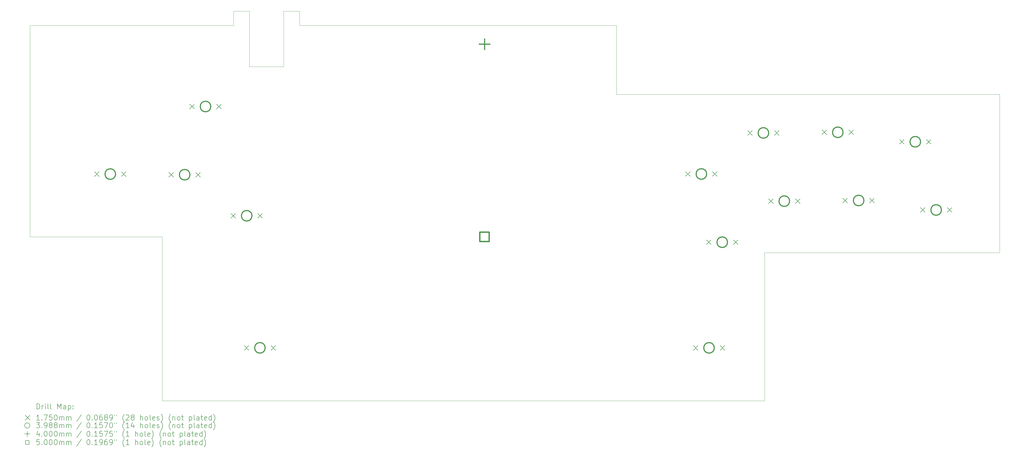
<source format=gbr>
%TF.GenerationSoftware,KiCad,Pcbnew,7.0.10*%
%TF.CreationDate,2024-02-02T16:12:24-06:00*%
%TF.ProjectId,genbox,67656e62-6f78-42e6-9b69-6361645f7063,rev?*%
%TF.SameCoordinates,Original*%
%TF.FileFunction,Drillmap*%
%TF.FilePolarity,Positive*%
%FSLAX45Y45*%
G04 Gerber Fmt 4.5, Leading zero omitted, Abs format (unit mm)*
G04 Created by KiCad (PCBNEW 7.0.10) date 2024-02-02 16:12:24*
%MOMM*%
%LPD*%
G01*
G04 APERTURE LIST*
%ADD10C,0.100000*%
%ADD11C,0.200000*%
%ADD12C,0.175000*%
%ADD13C,0.398780*%
%ADD14C,0.400000*%
%ADD15C,0.500000*%
G04 APERTURE END LIST*
D10*
X11050000Y-8550000D02*
X12350000Y-8550000D01*
X12350000Y-6450000D01*
X12950000Y-6450000D01*
X12950000Y-7000000D01*
X24950000Y-7000000D01*
X24950000Y-9600000D01*
X39450000Y-9600000D01*
X39450000Y-15600000D01*
X30550000Y-15600000D01*
X30550000Y-21200000D01*
X19150000Y-21200000D01*
X7750000Y-21200000D01*
X7750000Y-15000000D01*
X2750000Y-15000000D01*
X2750000Y-7000000D01*
X10450000Y-7000000D01*
X10450000Y-6450000D01*
X11050000Y-6450000D01*
X11050000Y-8550000D01*
D11*
D12*
X5190500Y-12533690D02*
X5365500Y-12708690D01*
X5365500Y-12533690D02*
X5190500Y-12708690D01*
X6206500Y-12533690D02*
X6381500Y-12708690D01*
X6381500Y-12533690D02*
X6206500Y-12708690D01*
X8006400Y-12558050D02*
X8181400Y-12733050D01*
X8181400Y-12558050D02*
X8006400Y-12733050D01*
X8795800Y-9976030D02*
X8970800Y-10151030D01*
X8970800Y-9976030D02*
X8795800Y-10151030D01*
X9022400Y-12558050D02*
X9197400Y-12733050D01*
X9197400Y-12558050D02*
X9022400Y-12733050D01*
X9811800Y-9976030D02*
X9986800Y-10151030D01*
X9986800Y-9976030D02*
X9811800Y-10151030D01*
X10354500Y-14112500D02*
X10529500Y-14287500D01*
X10529500Y-14112500D02*
X10354500Y-14287500D01*
X10854500Y-19112500D02*
X11029500Y-19287500D01*
X11029500Y-19112500D02*
X10854500Y-19287500D01*
X11370500Y-14112500D02*
X11545500Y-14287500D01*
X11545500Y-14112500D02*
X11370500Y-14287500D01*
X11870500Y-19112500D02*
X12045500Y-19287500D01*
X12045500Y-19112500D02*
X11870500Y-19287500D01*
X27565100Y-12530480D02*
X27740100Y-12705480D01*
X27740100Y-12530480D02*
X27565100Y-12705480D01*
X27854500Y-19112500D02*
X28029500Y-19287500D01*
X28029500Y-19112500D02*
X27854500Y-19287500D01*
X28354500Y-15112500D02*
X28529500Y-15287500D01*
X28529500Y-15112500D02*
X28354500Y-15287500D01*
X28581100Y-12530480D02*
X28756100Y-12705480D01*
X28756100Y-12530480D02*
X28581100Y-12705480D01*
X28870500Y-19112500D02*
X29045500Y-19287500D01*
X29045500Y-19112500D02*
X28870500Y-19287500D01*
X29370500Y-15112500D02*
X29545500Y-15287500D01*
X29545500Y-15112500D02*
X29370500Y-15287500D01*
X29913200Y-10976030D02*
X30088200Y-11151030D01*
X30088200Y-10976030D02*
X29913200Y-11151030D01*
X30702600Y-13558050D02*
X30877600Y-13733050D01*
X30877600Y-13558050D02*
X30702600Y-13733050D01*
X30929200Y-10976030D02*
X31104200Y-11151030D01*
X31104200Y-10976030D02*
X30929200Y-11151030D01*
X31718600Y-13558050D02*
X31893600Y-13733050D01*
X31893600Y-13558050D02*
X31718600Y-13733050D01*
X32729100Y-10951670D02*
X32904100Y-11126670D01*
X32904100Y-10951670D02*
X32729100Y-11126670D01*
X33518500Y-13533690D02*
X33693500Y-13708690D01*
X33693500Y-13533690D02*
X33518500Y-13708690D01*
X33745100Y-10951670D02*
X33920100Y-11126670D01*
X33920100Y-10951670D02*
X33745100Y-11126670D01*
X34534500Y-13533690D02*
X34709500Y-13708690D01*
X34709500Y-13533690D02*
X34534500Y-13708690D01*
X35662000Y-11309830D02*
X35837000Y-11484830D01*
X35837000Y-11309830D02*
X35662000Y-11484830D01*
X36451400Y-13891850D02*
X36626400Y-14066850D01*
X36626400Y-13891850D02*
X36451400Y-14066850D01*
X36678000Y-11309830D02*
X36853000Y-11484830D01*
X36853000Y-11309830D02*
X36678000Y-11484830D01*
X37467400Y-13891850D02*
X37642400Y-14066850D01*
X37642400Y-13891850D02*
X37467400Y-14066850D01*
D13*
X5985390Y-12621190D02*
G75*
G03*
X5586610Y-12621190I-199390J0D01*
G01*
X5586610Y-12621190D02*
G75*
G03*
X5985390Y-12621190I199390J0D01*
G01*
X8801290Y-12645550D02*
G75*
G03*
X8402510Y-12645550I-199390J0D01*
G01*
X8402510Y-12645550D02*
G75*
G03*
X8801290Y-12645550I199390J0D01*
G01*
X9590690Y-10063530D02*
G75*
G03*
X9191910Y-10063530I-199390J0D01*
G01*
X9191910Y-10063530D02*
G75*
G03*
X9590690Y-10063530I199390J0D01*
G01*
X11149390Y-14200000D02*
G75*
G03*
X10750610Y-14200000I-199390J0D01*
G01*
X10750610Y-14200000D02*
G75*
G03*
X11149390Y-14200000I199390J0D01*
G01*
X11649390Y-19200000D02*
G75*
G03*
X11250610Y-19200000I-199390J0D01*
G01*
X11250610Y-19200000D02*
G75*
G03*
X11649390Y-19200000I199390J0D01*
G01*
X28359990Y-12617980D02*
G75*
G03*
X27961210Y-12617980I-199390J0D01*
G01*
X27961210Y-12617980D02*
G75*
G03*
X28359990Y-12617980I199390J0D01*
G01*
X28649390Y-19200000D02*
G75*
G03*
X28250610Y-19200000I-199390J0D01*
G01*
X28250610Y-19200000D02*
G75*
G03*
X28649390Y-19200000I199390J0D01*
G01*
X29149390Y-15200000D02*
G75*
G03*
X28750610Y-15200000I-199390J0D01*
G01*
X28750610Y-15200000D02*
G75*
G03*
X29149390Y-15200000I199390J0D01*
G01*
X30708090Y-11063530D02*
G75*
G03*
X30309310Y-11063530I-199390J0D01*
G01*
X30309310Y-11063530D02*
G75*
G03*
X30708090Y-11063530I199390J0D01*
G01*
X31497490Y-13645550D02*
G75*
G03*
X31098710Y-13645550I-199390J0D01*
G01*
X31098710Y-13645550D02*
G75*
G03*
X31497490Y-13645550I199390J0D01*
G01*
X33523990Y-11039170D02*
G75*
G03*
X33125210Y-11039170I-199390J0D01*
G01*
X33125210Y-11039170D02*
G75*
G03*
X33523990Y-11039170I199390J0D01*
G01*
X34313390Y-13621190D02*
G75*
G03*
X33914610Y-13621190I-199390J0D01*
G01*
X33914610Y-13621190D02*
G75*
G03*
X34313390Y-13621190I199390J0D01*
G01*
X36456890Y-11397330D02*
G75*
G03*
X36058110Y-11397330I-199390J0D01*
G01*
X36058110Y-11397330D02*
G75*
G03*
X36456890Y-11397330I199390J0D01*
G01*
X37246290Y-13979350D02*
G75*
G03*
X36847510Y-13979350I-199390J0D01*
G01*
X36847510Y-13979350D02*
G75*
G03*
X37246290Y-13979350I199390J0D01*
G01*
D14*
X19950000Y-7500000D02*
X19950000Y-7900000D01*
X19750000Y-7700000D02*
X20150000Y-7700000D01*
D15*
X20126778Y-15176778D02*
X20126778Y-14823222D01*
X19773222Y-14823222D01*
X19773222Y-15176778D01*
X20126778Y-15176778D01*
D11*
X3005777Y-21516484D02*
X3005777Y-21316484D01*
X3005777Y-21316484D02*
X3053396Y-21316484D01*
X3053396Y-21316484D02*
X3081967Y-21326008D01*
X3081967Y-21326008D02*
X3101015Y-21345055D01*
X3101015Y-21345055D02*
X3110539Y-21364103D01*
X3110539Y-21364103D02*
X3120062Y-21402198D01*
X3120062Y-21402198D02*
X3120062Y-21430770D01*
X3120062Y-21430770D02*
X3110539Y-21468865D01*
X3110539Y-21468865D02*
X3101015Y-21487912D01*
X3101015Y-21487912D02*
X3081967Y-21506960D01*
X3081967Y-21506960D02*
X3053396Y-21516484D01*
X3053396Y-21516484D02*
X3005777Y-21516484D01*
X3205777Y-21516484D02*
X3205777Y-21383150D01*
X3205777Y-21421246D02*
X3215301Y-21402198D01*
X3215301Y-21402198D02*
X3224824Y-21392674D01*
X3224824Y-21392674D02*
X3243872Y-21383150D01*
X3243872Y-21383150D02*
X3262920Y-21383150D01*
X3329586Y-21516484D02*
X3329586Y-21383150D01*
X3329586Y-21316484D02*
X3320062Y-21326008D01*
X3320062Y-21326008D02*
X3329586Y-21335531D01*
X3329586Y-21335531D02*
X3339110Y-21326008D01*
X3339110Y-21326008D02*
X3329586Y-21316484D01*
X3329586Y-21316484D02*
X3329586Y-21335531D01*
X3453396Y-21516484D02*
X3434348Y-21506960D01*
X3434348Y-21506960D02*
X3424824Y-21487912D01*
X3424824Y-21487912D02*
X3424824Y-21316484D01*
X3558158Y-21516484D02*
X3539110Y-21506960D01*
X3539110Y-21506960D02*
X3529586Y-21487912D01*
X3529586Y-21487912D02*
X3529586Y-21316484D01*
X3786729Y-21516484D02*
X3786729Y-21316484D01*
X3786729Y-21316484D02*
X3853396Y-21459341D01*
X3853396Y-21459341D02*
X3920062Y-21316484D01*
X3920062Y-21316484D02*
X3920062Y-21516484D01*
X4101015Y-21516484D02*
X4101015Y-21411722D01*
X4101015Y-21411722D02*
X4091491Y-21392674D01*
X4091491Y-21392674D02*
X4072443Y-21383150D01*
X4072443Y-21383150D02*
X4034348Y-21383150D01*
X4034348Y-21383150D02*
X4015301Y-21392674D01*
X4101015Y-21506960D02*
X4081967Y-21516484D01*
X4081967Y-21516484D02*
X4034348Y-21516484D01*
X4034348Y-21516484D02*
X4015301Y-21506960D01*
X4015301Y-21506960D02*
X4005777Y-21487912D01*
X4005777Y-21487912D02*
X4005777Y-21468865D01*
X4005777Y-21468865D02*
X4015301Y-21449817D01*
X4015301Y-21449817D02*
X4034348Y-21440293D01*
X4034348Y-21440293D02*
X4081967Y-21440293D01*
X4081967Y-21440293D02*
X4101015Y-21430770D01*
X4196253Y-21383150D02*
X4196253Y-21583150D01*
X4196253Y-21392674D02*
X4215301Y-21383150D01*
X4215301Y-21383150D02*
X4253396Y-21383150D01*
X4253396Y-21383150D02*
X4272444Y-21392674D01*
X4272444Y-21392674D02*
X4281967Y-21402198D01*
X4281967Y-21402198D02*
X4291491Y-21421246D01*
X4291491Y-21421246D02*
X4291491Y-21478389D01*
X4291491Y-21478389D02*
X4281967Y-21497436D01*
X4281967Y-21497436D02*
X4272444Y-21506960D01*
X4272444Y-21506960D02*
X4253396Y-21516484D01*
X4253396Y-21516484D02*
X4215301Y-21516484D01*
X4215301Y-21516484D02*
X4196253Y-21506960D01*
X4377205Y-21497436D02*
X4386729Y-21506960D01*
X4386729Y-21506960D02*
X4377205Y-21516484D01*
X4377205Y-21516484D02*
X4367682Y-21506960D01*
X4367682Y-21506960D02*
X4377205Y-21497436D01*
X4377205Y-21497436D02*
X4377205Y-21516484D01*
X4377205Y-21392674D02*
X4386729Y-21402198D01*
X4386729Y-21402198D02*
X4377205Y-21411722D01*
X4377205Y-21411722D02*
X4367682Y-21402198D01*
X4367682Y-21402198D02*
X4377205Y-21392674D01*
X4377205Y-21392674D02*
X4377205Y-21411722D01*
D12*
X2570000Y-21757500D02*
X2745000Y-21932500D01*
X2745000Y-21757500D02*
X2570000Y-21932500D01*
D11*
X3110539Y-21936484D02*
X2996253Y-21936484D01*
X3053396Y-21936484D02*
X3053396Y-21736484D01*
X3053396Y-21736484D02*
X3034348Y-21765055D01*
X3034348Y-21765055D02*
X3015301Y-21784103D01*
X3015301Y-21784103D02*
X2996253Y-21793627D01*
X3196253Y-21917436D02*
X3205777Y-21926960D01*
X3205777Y-21926960D02*
X3196253Y-21936484D01*
X3196253Y-21936484D02*
X3186729Y-21926960D01*
X3186729Y-21926960D02*
X3196253Y-21917436D01*
X3196253Y-21917436D02*
X3196253Y-21936484D01*
X3272443Y-21736484D02*
X3405777Y-21736484D01*
X3405777Y-21736484D02*
X3320062Y-21936484D01*
X3577205Y-21736484D02*
X3481967Y-21736484D01*
X3481967Y-21736484D02*
X3472443Y-21831722D01*
X3472443Y-21831722D02*
X3481967Y-21822198D01*
X3481967Y-21822198D02*
X3501015Y-21812674D01*
X3501015Y-21812674D02*
X3548634Y-21812674D01*
X3548634Y-21812674D02*
X3567682Y-21822198D01*
X3567682Y-21822198D02*
X3577205Y-21831722D01*
X3577205Y-21831722D02*
X3586729Y-21850770D01*
X3586729Y-21850770D02*
X3586729Y-21898389D01*
X3586729Y-21898389D02*
X3577205Y-21917436D01*
X3577205Y-21917436D02*
X3567682Y-21926960D01*
X3567682Y-21926960D02*
X3548634Y-21936484D01*
X3548634Y-21936484D02*
X3501015Y-21936484D01*
X3501015Y-21936484D02*
X3481967Y-21926960D01*
X3481967Y-21926960D02*
X3472443Y-21917436D01*
X3710539Y-21736484D02*
X3729586Y-21736484D01*
X3729586Y-21736484D02*
X3748634Y-21746008D01*
X3748634Y-21746008D02*
X3758158Y-21755531D01*
X3758158Y-21755531D02*
X3767682Y-21774579D01*
X3767682Y-21774579D02*
X3777205Y-21812674D01*
X3777205Y-21812674D02*
X3777205Y-21860293D01*
X3777205Y-21860293D02*
X3767682Y-21898389D01*
X3767682Y-21898389D02*
X3758158Y-21917436D01*
X3758158Y-21917436D02*
X3748634Y-21926960D01*
X3748634Y-21926960D02*
X3729586Y-21936484D01*
X3729586Y-21936484D02*
X3710539Y-21936484D01*
X3710539Y-21936484D02*
X3691491Y-21926960D01*
X3691491Y-21926960D02*
X3681967Y-21917436D01*
X3681967Y-21917436D02*
X3672443Y-21898389D01*
X3672443Y-21898389D02*
X3662920Y-21860293D01*
X3662920Y-21860293D02*
X3662920Y-21812674D01*
X3662920Y-21812674D02*
X3672443Y-21774579D01*
X3672443Y-21774579D02*
X3681967Y-21755531D01*
X3681967Y-21755531D02*
X3691491Y-21746008D01*
X3691491Y-21746008D02*
X3710539Y-21736484D01*
X3862920Y-21936484D02*
X3862920Y-21803150D01*
X3862920Y-21822198D02*
X3872443Y-21812674D01*
X3872443Y-21812674D02*
X3891491Y-21803150D01*
X3891491Y-21803150D02*
X3920063Y-21803150D01*
X3920063Y-21803150D02*
X3939110Y-21812674D01*
X3939110Y-21812674D02*
X3948634Y-21831722D01*
X3948634Y-21831722D02*
X3948634Y-21936484D01*
X3948634Y-21831722D02*
X3958158Y-21812674D01*
X3958158Y-21812674D02*
X3977205Y-21803150D01*
X3977205Y-21803150D02*
X4005777Y-21803150D01*
X4005777Y-21803150D02*
X4024824Y-21812674D01*
X4024824Y-21812674D02*
X4034348Y-21831722D01*
X4034348Y-21831722D02*
X4034348Y-21936484D01*
X4129586Y-21936484D02*
X4129586Y-21803150D01*
X4129586Y-21822198D02*
X4139110Y-21812674D01*
X4139110Y-21812674D02*
X4158158Y-21803150D01*
X4158158Y-21803150D02*
X4186729Y-21803150D01*
X4186729Y-21803150D02*
X4205777Y-21812674D01*
X4205777Y-21812674D02*
X4215301Y-21831722D01*
X4215301Y-21831722D02*
X4215301Y-21936484D01*
X4215301Y-21831722D02*
X4224825Y-21812674D01*
X4224825Y-21812674D02*
X4243872Y-21803150D01*
X4243872Y-21803150D02*
X4272444Y-21803150D01*
X4272444Y-21803150D02*
X4291491Y-21812674D01*
X4291491Y-21812674D02*
X4301015Y-21831722D01*
X4301015Y-21831722D02*
X4301015Y-21936484D01*
X4691491Y-21726960D02*
X4520063Y-21984103D01*
X4948634Y-21736484D02*
X4967682Y-21736484D01*
X4967682Y-21736484D02*
X4986729Y-21746008D01*
X4986729Y-21746008D02*
X4996253Y-21755531D01*
X4996253Y-21755531D02*
X5005777Y-21774579D01*
X5005777Y-21774579D02*
X5015301Y-21812674D01*
X5015301Y-21812674D02*
X5015301Y-21860293D01*
X5015301Y-21860293D02*
X5005777Y-21898389D01*
X5005777Y-21898389D02*
X4996253Y-21917436D01*
X4996253Y-21917436D02*
X4986729Y-21926960D01*
X4986729Y-21926960D02*
X4967682Y-21936484D01*
X4967682Y-21936484D02*
X4948634Y-21936484D01*
X4948634Y-21936484D02*
X4929587Y-21926960D01*
X4929587Y-21926960D02*
X4920063Y-21917436D01*
X4920063Y-21917436D02*
X4910539Y-21898389D01*
X4910539Y-21898389D02*
X4901015Y-21860293D01*
X4901015Y-21860293D02*
X4901015Y-21812674D01*
X4901015Y-21812674D02*
X4910539Y-21774579D01*
X4910539Y-21774579D02*
X4920063Y-21755531D01*
X4920063Y-21755531D02*
X4929587Y-21746008D01*
X4929587Y-21746008D02*
X4948634Y-21736484D01*
X5101015Y-21917436D02*
X5110539Y-21926960D01*
X5110539Y-21926960D02*
X5101015Y-21936484D01*
X5101015Y-21936484D02*
X5091491Y-21926960D01*
X5091491Y-21926960D02*
X5101015Y-21917436D01*
X5101015Y-21917436D02*
X5101015Y-21936484D01*
X5234348Y-21736484D02*
X5253396Y-21736484D01*
X5253396Y-21736484D02*
X5272444Y-21746008D01*
X5272444Y-21746008D02*
X5281968Y-21755531D01*
X5281968Y-21755531D02*
X5291491Y-21774579D01*
X5291491Y-21774579D02*
X5301015Y-21812674D01*
X5301015Y-21812674D02*
X5301015Y-21860293D01*
X5301015Y-21860293D02*
X5291491Y-21898389D01*
X5291491Y-21898389D02*
X5281968Y-21917436D01*
X5281968Y-21917436D02*
X5272444Y-21926960D01*
X5272444Y-21926960D02*
X5253396Y-21936484D01*
X5253396Y-21936484D02*
X5234348Y-21936484D01*
X5234348Y-21936484D02*
X5215301Y-21926960D01*
X5215301Y-21926960D02*
X5205777Y-21917436D01*
X5205777Y-21917436D02*
X5196253Y-21898389D01*
X5196253Y-21898389D02*
X5186729Y-21860293D01*
X5186729Y-21860293D02*
X5186729Y-21812674D01*
X5186729Y-21812674D02*
X5196253Y-21774579D01*
X5196253Y-21774579D02*
X5205777Y-21755531D01*
X5205777Y-21755531D02*
X5215301Y-21746008D01*
X5215301Y-21746008D02*
X5234348Y-21736484D01*
X5472444Y-21736484D02*
X5434348Y-21736484D01*
X5434348Y-21736484D02*
X5415301Y-21746008D01*
X5415301Y-21746008D02*
X5405777Y-21755531D01*
X5405777Y-21755531D02*
X5386729Y-21784103D01*
X5386729Y-21784103D02*
X5377206Y-21822198D01*
X5377206Y-21822198D02*
X5377206Y-21898389D01*
X5377206Y-21898389D02*
X5386729Y-21917436D01*
X5386729Y-21917436D02*
X5396253Y-21926960D01*
X5396253Y-21926960D02*
X5415301Y-21936484D01*
X5415301Y-21936484D02*
X5453396Y-21936484D01*
X5453396Y-21936484D02*
X5472444Y-21926960D01*
X5472444Y-21926960D02*
X5481968Y-21917436D01*
X5481968Y-21917436D02*
X5491491Y-21898389D01*
X5491491Y-21898389D02*
X5491491Y-21850770D01*
X5491491Y-21850770D02*
X5481968Y-21831722D01*
X5481968Y-21831722D02*
X5472444Y-21822198D01*
X5472444Y-21822198D02*
X5453396Y-21812674D01*
X5453396Y-21812674D02*
X5415301Y-21812674D01*
X5415301Y-21812674D02*
X5396253Y-21822198D01*
X5396253Y-21822198D02*
X5386729Y-21831722D01*
X5386729Y-21831722D02*
X5377206Y-21850770D01*
X5605777Y-21822198D02*
X5586729Y-21812674D01*
X5586729Y-21812674D02*
X5577206Y-21803150D01*
X5577206Y-21803150D02*
X5567682Y-21784103D01*
X5567682Y-21784103D02*
X5567682Y-21774579D01*
X5567682Y-21774579D02*
X5577206Y-21755531D01*
X5577206Y-21755531D02*
X5586729Y-21746008D01*
X5586729Y-21746008D02*
X5605777Y-21736484D01*
X5605777Y-21736484D02*
X5643872Y-21736484D01*
X5643872Y-21736484D02*
X5662920Y-21746008D01*
X5662920Y-21746008D02*
X5672444Y-21755531D01*
X5672444Y-21755531D02*
X5681967Y-21774579D01*
X5681967Y-21774579D02*
X5681967Y-21784103D01*
X5681967Y-21784103D02*
X5672444Y-21803150D01*
X5672444Y-21803150D02*
X5662920Y-21812674D01*
X5662920Y-21812674D02*
X5643872Y-21822198D01*
X5643872Y-21822198D02*
X5605777Y-21822198D01*
X5605777Y-21822198D02*
X5586729Y-21831722D01*
X5586729Y-21831722D02*
X5577206Y-21841246D01*
X5577206Y-21841246D02*
X5567682Y-21860293D01*
X5567682Y-21860293D02*
X5567682Y-21898389D01*
X5567682Y-21898389D02*
X5577206Y-21917436D01*
X5577206Y-21917436D02*
X5586729Y-21926960D01*
X5586729Y-21926960D02*
X5605777Y-21936484D01*
X5605777Y-21936484D02*
X5643872Y-21936484D01*
X5643872Y-21936484D02*
X5662920Y-21926960D01*
X5662920Y-21926960D02*
X5672444Y-21917436D01*
X5672444Y-21917436D02*
X5681967Y-21898389D01*
X5681967Y-21898389D02*
X5681967Y-21860293D01*
X5681967Y-21860293D02*
X5672444Y-21841246D01*
X5672444Y-21841246D02*
X5662920Y-21831722D01*
X5662920Y-21831722D02*
X5643872Y-21822198D01*
X5777206Y-21936484D02*
X5815301Y-21936484D01*
X5815301Y-21936484D02*
X5834348Y-21926960D01*
X5834348Y-21926960D02*
X5843872Y-21917436D01*
X5843872Y-21917436D02*
X5862920Y-21888865D01*
X5862920Y-21888865D02*
X5872444Y-21850770D01*
X5872444Y-21850770D02*
X5872444Y-21774579D01*
X5872444Y-21774579D02*
X5862920Y-21755531D01*
X5862920Y-21755531D02*
X5853396Y-21746008D01*
X5853396Y-21746008D02*
X5834348Y-21736484D01*
X5834348Y-21736484D02*
X5796253Y-21736484D01*
X5796253Y-21736484D02*
X5777206Y-21746008D01*
X5777206Y-21746008D02*
X5767682Y-21755531D01*
X5767682Y-21755531D02*
X5758158Y-21774579D01*
X5758158Y-21774579D02*
X5758158Y-21822198D01*
X5758158Y-21822198D02*
X5767682Y-21841246D01*
X5767682Y-21841246D02*
X5777206Y-21850770D01*
X5777206Y-21850770D02*
X5796253Y-21860293D01*
X5796253Y-21860293D02*
X5834348Y-21860293D01*
X5834348Y-21860293D02*
X5853396Y-21850770D01*
X5853396Y-21850770D02*
X5862920Y-21841246D01*
X5862920Y-21841246D02*
X5872444Y-21822198D01*
X5948634Y-21736484D02*
X5948634Y-21774579D01*
X6024825Y-21736484D02*
X6024825Y-21774579D01*
X6320063Y-22012674D02*
X6310539Y-22003150D01*
X6310539Y-22003150D02*
X6291491Y-21974579D01*
X6291491Y-21974579D02*
X6281968Y-21955531D01*
X6281968Y-21955531D02*
X6272444Y-21926960D01*
X6272444Y-21926960D02*
X6262920Y-21879341D01*
X6262920Y-21879341D02*
X6262920Y-21841246D01*
X6262920Y-21841246D02*
X6272444Y-21793627D01*
X6272444Y-21793627D02*
X6281968Y-21765055D01*
X6281968Y-21765055D02*
X6291491Y-21746008D01*
X6291491Y-21746008D02*
X6310539Y-21717436D01*
X6310539Y-21717436D02*
X6320063Y-21707912D01*
X6386729Y-21755531D02*
X6396253Y-21746008D01*
X6396253Y-21746008D02*
X6415301Y-21736484D01*
X6415301Y-21736484D02*
X6462920Y-21736484D01*
X6462920Y-21736484D02*
X6481968Y-21746008D01*
X6481968Y-21746008D02*
X6491491Y-21755531D01*
X6491491Y-21755531D02*
X6501015Y-21774579D01*
X6501015Y-21774579D02*
X6501015Y-21793627D01*
X6501015Y-21793627D02*
X6491491Y-21822198D01*
X6491491Y-21822198D02*
X6377206Y-21936484D01*
X6377206Y-21936484D02*
X6501015Y-21936484D01*
X6615301Y-21822198D02*
X6596253Y-21812674D01*
X6596253Y-21812674D02*
X6586729Y-21803150D01*
X6586729Y-21803150D02*
X6577206Y-21784103D01*
X6577206Y-21784103D02*
X6577206Y-21774579D01*
X6577206Y-21774579D02*
X6586729Y-21755531D01*
X6586729Y-21755531D02*
X6596253Y-21746008D01*
X6596253Y-21746008D02*
X6615301Y-21736484D01*
X6615301Y-21736484D02*
X6653396Y-21736484D01*
X6653396Y-21736484D02*
X6672444Y-21746008D01*
X6672444Y-21746008D02*
X6681968Y-21755531D01*
X6681968Y-21755531D02*
X6691491Y-21774579D01*
X6691491Y-21774579D02*
X6691491Y-21784103D01*
X6691491Y-21784103D02*
X6681968Y-21803150D01*
X6681968Y-21803150D02*
X6672444Y-21812674D01*
X6672444Y-21812674D02*
X6653396Y-21822198D01*
X6653396Y-21822198D02*
X6615301Y-21822198D01*
X6615301Y-21822198D02*
X6596253Y-21831722D01*
X6596253Y-21831722D02*
X6586729Y-21841246D01*
X6586729Y-21841246D02*
X6577206Y-21860293D01*
X6577206Y-21860293D02*
X6577206Y-21898389D01*
X6577206Y-21898389D02*
X6586729Y-21917436D01*
X6586729Y-21917436D02*
X6596253Y-21926960D01*
X6596253Y-21926960D02*
X6615301Y-21936484D01*
X6615301Y-21936484D02*
X6653396Y-21936484D01*
X6653396Y-21936484D02*
X6672444Y-21926960D01*
X6672444Y-21926960D02*
X6681968Y-21917436D01*
X6681968Y-21917436D02*
X6691491Y-21898389D01*
X6691491Y-21898389D02*
X6691491Y-21860293D01*
X6691491Y-21860293D02*
X6681968Y-21841246D01*
X6681968Y-21841246D02*
X6672444Y-21831722D01*
X6672444Y-21831722D02*
X6653396Y-21822198D01*
X6929587Y-21936484D02*
X6929587Y-21736484D01*
X7015301Y-21936484D02*
X7015301Y-21831722D01*
X7015301Y-21831722D02*
X7005777Y-21812674D01*
X7005777Y-21812674D02*
X6986730Y-21803150D01*
X6986730Y-21803150D02*
X6958158Y-21803150D01*
X6958158Y-21803150D02*
X6939110Y-21812674D01*
X6939110Y-21812674D02*
X6929587Y-21822198D01*
X7139110Y-21936484D02*
X7120063Y-21926960D01*
X7120063Y-21926960D02*
X7110539Y-21917436D01*
X7110539Y-21917436D02*
X7101015Y-21898389D01*
X7101015Y-21898389D02*
X7101015Y-21841246D01*
X7101015Y-21841246D02*
X7110539Y-21822198D01*
X7110539Y-21822198D02*
X7120063Y-21812674D01*
X7120063Y-21812674D02*
X7139110Y-21803150D01*
X7139110Y-21803150D02*
X7167682Y-21803150D01*
X7167682Y-21803150D02*
X7186730Y-21812674D01*
X7186730Y-21812674D02*
X7196253Y-21822198D01*
X7196253Y-21822198D02*
X7205777Y-21841246D01*
X7205777Y-21841246D02*
X7205777Y-21898389D01*
X7205777Y-21898389D02*
X7196253Y-21917436D01*
X7196253Y-21917436D02*
X7186730Y-21926960D01*
X7186730Y-21926960D02*
X7167682Y-21936484D01*
X7167682Y-21936484D02*
X7139110Y-21936484D01*
X7320063Y-21936484D02*
X7301015Y-21926960D01*
X7301015Y-21926960D02*
X7291491Y-21907912D01*
X7291491Y-21907912D02*
X7291491Y-21736484D01*
X7472444Y-21926960D02*
X7453396Y-21936484D01*
X7453396Y-21936484D02*
X7415301Y-21936484D01*
X7415301Y-21936484D02*
X7396253Y-21926960D01*
X7396253Y-21926960D02*
X7386730Y-21907912D01*
X7386730Y-21907912D02*
X7386730Y-21831722D01*
X7386730Y-21831722D02*
X7396253Y-21812674D01*
X7396253Y-21812674D02*
X7415301Y-21803150D01*
X7415301Y-21803150D02*
X7453396Y-21803150D01*
X7453396Y-21803150D02*
X7472444Y-21812674D01*
X7472444Y-21812674D02*
X7481968Y-21831722D01*
X7481968Y-21831722D02*
X7481968Y-21850770D01*
X7481968Y-21850770D02*
X7386730Y-21869817D01*
X7558158Y-21926960D02*
X7577206Y-21936484D01*
X7577206Y-21936484D02*
X7615301Y-21936484D01*
X7615301Y-21936484D02*
X7634349Y-21926960D01*
X7634349Y-21926960D02*
X7643872Y-21907912D01*
X7643872Y-21907912D02*
X7643872Y-21898389D01*
X7643872Y-21898389D02*
X7634349Y-21879341D01*
X7634349Y-21879341D02*
X7615301Y-21869817D01*
X7615301Y-21869817D02*
X7586730Y-21869817D01*
X7586730Y-21869817D02*
X7567682Y-21860293D01*
X7567682Y-21860293D02*
X7558158Y-21841246D01*
X7558158Y-21841246D02*
X7558158Y-21831722D01*
X7558158Y-21831722D02*
X7567682Y-21812674D01*
X7567682Y-21812674D02*
X7586730Y-21803150D01*
X7586730Y-21803150D02*
X7615301Y-21803150D01*
X7615301Y-21803150D02*
X7634349Y-21812674D01*
X7710539Y-22012674D02*
X7720063Y-22003150D01*
X7720063Y-22003150D02*
X7739111Y-21974579D01*
X7739111Y-21974579D02*
X7748634Y-21955531D01*
X7748634Y-21955531D02*
X7758158Y-21926960D01*
X7758158Y-21926960D02*
X7767682Y-21879341D01*
X7767682Y-21879341D02*
X7767682Y-21841246D01*
X7767682Y-21841246D02*
X7758158Y-21793627D01*
X7758158Y-21793627D02*
X7748634Y-21765055D01*
X7748634Y-21765055D02*
X7739111Y-21746008D01*
X7739111Y-21746008D02*
X7720063Y-21717436D01*
X7720063Y-21717436D02*
X7710539Y-21707912D01*
X8072444Y-22012674D02*
X8062920Y-22003150D01*
X8062920Y-22003150D02*
X8043872Y-21974579D01*
X8043872Y-21974579D02*
X8034349Y-21955531D01*
X8034349Y-21955531D02*
X8024825Y-21926960D01*
X8024825Y-21926960D02*
X8015301Y-21879341D01*
X8015301Y-21879341D02*
X8015301Y-21841246D01*
X8015301Y-21841246D02*
X8024825Y-21793627D01*
X8024825Y-21793627D02*
X8034349Y-21765055D01*
X8034349Y-21765055D02*
X8043872Y-21746008D01*
X8043872Y-21746008D02*
X8062920Y-21717436D01*
X8062920Y-21717436D02*
X8072444Y-21707912D01*
X8148634Y-21803150D02*
X8148634Y-21936484D01*
X8148634Y-21822198D02*
X8158158Y-21812674D01*
X8158158Y-21812674D02*
X8177206Y-21803150D01*
X8177206Y-21803150D02*
X8205777Y-21803150D01*
X8205777Y-21803150D02*
X8224825Y-21812674D01*
X8224825Y-21812674D02*
X8234349Y-21831722D01*
X8234349Y-21831722D02*
X8234349Y-21936484D01*
X8358158Y-21936484D02*
X8339111Y-21926960D01*
X8339111Y-21926960D02*
X8329587Y-21917436D01*
X8329587Y-21917436D02*
X8320063Y-21898389D01*
X8320063Y-21898389D02*
X8320063Y-21841246D01*
X8320063Y-21841246D02*
X8329587Y-21822198D01*
X8329587Y-21822198D02*
X8339111Y-21812674D01*
X8339111Y-21812674D02*
X8358158Y-21803150D01*
X8358158Y-21803150D02*
X8386730Y-21803150D01*
X8386730Y-21803150D02*
X8405777Y-21812674D01*
X8405777Y-21812674D02*
X8415301Y-21822198D01*
X8415301Y-21822198D02*
X8424825Y-21841246D01*
X8424825Y-21841246D02*
X8424825Y-21898389D01*
X8424825Y-21898389D02*
X8415301Y-21917436D01*
X8415301Y-21917436D02*
X8405777Y-21926960D01*
X8405777Y-21926960D02*
X8386730Y-21936484D01*
X8386730Y-21936484D02*
X8358158Y-21936484D01*
X8481968Y-21803150D02*
X8558158Y-21803150D01*
X8510539Y-21736484D02*
X8510539Y-21907912D01*
X8510539Y-21907912D02*
X8520063Y-21926960D01*
X8520063Y-21926960D02*
X8539111Y-21936484D01*
X8539111Y-21936484D02*
X8558158Y-21936484D01*
X8777206Y-21803150D02*
X8777206Y-22003150D01*
X8777206Y-21812674D02*
X8796254Y-21803150D01*
X8796254Y-21803150D02*
X8834349Y-21803150D01*
X8834349Y-21803150D02*
X8853396Y-21812674D01*
X8853396Y-21812674D02*
X8862920Y-21822198D01*
X8862920Y-21822198D02*
X8872444Y-21841246D01*
X8872444Y-21841246D02*
X8872444Y-21898389D01*
X8872444Y-21898389D02*
X8862920Y-21917436D01*
X8862920Y-21917436D02*
X8853396Y-21926960D01*
X8853396Y-21926960D02*
X8834349Y-21936484D01*
X8834349Y-21936484D02*
X8796254Y-21936484D01*
X8796254Y-21936484D02*
X8777206Y-21926960D01*
X8986730Y-21936484D02*
X8967682Y-21926960D01*
X8967682Y-21926960D02*
X8958158Y-21907912D01*
X8958158Y-21907912D02*
X8958158Y-21736484D01*
X9148635Y-21936484D02*
X9148635Y-21831722D01*
X9148635Y-21831722D02*
X9139111Y-21812674D01*
X9139111Y-21812674D02*
X9120063Y-21803150D01*
X9120063Y-21803150D02*
X9081968Y-21803150D01*
X9081968Y-21803150D02*
X9062920Y-21812674D01*
X9148635Y-21926960D02*
X9129587Y-21936484D01*
X9129587Y-21936484D02*
X9081968Y-21936484D01*
X9081968Y-21936484D02*
X9062920Y-21926960D01*
X9062920Y-21926960D02*
X9053396Y-21907912D01*
X9053396Y-21907912D02*
X9053396Y-21888865D01*
X9053396Y-21888865D02*
X9062920Y-21869817D01*
X9062920Y-21869817D02*
X9081968Y-21860293D01*
X9081968Y-21860293D02*
X9129587Y-21860293D01*
X9129587Y-21860293D02*
X9148635Y-21850770D01*
X9215301Y-21803150D02*
X9291492Y-21803150D01*
X9243873Y-21736484D02*
X9243873Y-21907912D01*
X9243873Y-21907912D02*
X9253396Y-21926960D01*
X9253396Y-21926960D02*
X9272444Y-21936484D01*
X9272444Y-21936484D02*
X9291492Y-21936484D01*
X9434349Y-21926960D02*
X9415301Y-21936484D01*
X9415301Y-21936484D02*
X9377206Y-21936484D01*
X9377206Y-21936484D02*
X9358158Y-21926960D01*
X9358158Y-21926960D02*
X9348635Y-21907912D01*
X9348635Y-21907912D02*
X9348635Y-21831722D01*
X9348635Y-21831722D02*
X9358158Y-21812674D01*
X9358158Y-21812674D02*
X9377206Y-21803150D01*
X9377206Y-21803150D02*
X9415301Y-21803150D01*
X9415301Y-21803150D02*
X9434349Y-21812674D01*
X9434349Y-21812674D02*
X9443873Y-21831722D01*
X9443873Y-21831722D02*
X9443873Y-21850770D01*
X9443873Y-21850770D02*
X9348635Y-21869817D01*
X9615301Y-21936484D02*
X9615301Y-21736484D01*
X9615301Y-21926960D02*
X9596254Y-21936484D01*
X9596254Y-21936484D02*
X9558158Y-21936484D01*
X9558158Y-21936484D02*
X9539111Y-21926960D01*
X9539111Y-21926960D02*
X9529587Y-21917436D01*
X9529587Y-21917436D02*
X9520063Y-21898389D01*
X9520063Y-21898389D02*
X9520063Y-21841246D01*
X9520063Y-21841246D02*
X9529587Y-21822198D01*
X9529587Y-21822198D02*
X9539111Y-21812674D01*
X9539111Y-21812674D02*
X9558158Y-21803150D01*
X9558158Y-21803150D02*
X9596254Y-21803150D01*
X9596254Y-21803150D02*
X9615301Y-21812674D01*
X9691492Y-22012674D02*
X9701016Y-22003150D01*
X9701016Y-22003150D02*
X9720063Y-21974579D01*
X9720063Y-21974579D02*
X9729587Y-21955531D01*
X9729587Y-21955531D02*
X9739111Y-21926960D01*
X9739111Y-21926960D02*
X9748635Y-21879341D01*
X9748635Y-21879341D02*
X9748635Y-21841246D01*
X9748635Y-21841246D02*
X9739111Y-21793627D01*
X9739111Y-21793627D02*
X9729587Y-21765055D01*
X9729587Y-21765055D02*
X9720063Y-21746008D01*
X9720063Y-21746008D02*
X9701016Y-21717436D01*
X9701016Y-21717436D02*
X9691492Y-21707912D01*
X2745000Y-22140000D02*
G75*
G03*
X2545000Y-22140000I-100000J0D01*
G01*
X2545000Y-22140000D02*
G75*
G03*
X2745000Y-22140000I100000J0D01*
G01*
X2986729Y-22031484D02*
X3110539Y-22031484D01*
X3110539Y-22031484D02*
X3043872Y-22107674D01*
X3043872Y-22107674D02*
X3072443Y-22107674D01*
X3072443Y-22107674D02*
X3091491Y-22117198D01*
X3091491Y-22117198D02*
X3101015Y-22126722D01*
X3101015Y-22126722D02*
X3110539Y-22145770D01*
X3110539Y-22145770D02*
X3110539Y-22193389D01*
X3110539Y-22193389D02*
X3101015Y-22212436D01*
X3101015Y-22212436D02*
X3091491Y-22221960D01*
X3091491Y-22221960D02*
X3072443Y-22231484D01*
X3072443Y-22231484D02*
X3015301Y-22231484D01*
X3015301Y-22231484D02*
X2996253Y-22221960D01*
X2996253Y-22221960D02*
X2986729Y-22212436D01*
X3196253Y-22212436D02*
X3205777Y-22221960D01*
X3205777Y-22221960D02*
X3196253Y-22231484D01*
X3196253Y-22231484D02*
X3186729Y-22221960D01*
X3186729Y-22221960D02*
X3196253Y-22212436D01*
X3196253Y-22212436D02*
X3196253Y-22231484D01*
X3301015Y-22231484D02*
X3339110Y-22231484D01*
X3339110Y-22231484D02*
X3358158Y-22221960D01*
X3358158Y-22221960D02*
X3367682Y-22212436D01*
X3367682Y-22212436D02*
X3386729Y-22183865D01*
X3386729Y-22183865D02*
X3396253Y-22145770D01*
X3396253Y-22145770D02*
X3396253Y-22069579D01*
X3396253Y-22069579D02*
X3386729Y-22050531D01*
X3386729Y-22050531D02*
X3377205Y-22041008D01*
X3377205Y-22041008D02*
X3358158Y-22031484D01*
X3358158Y-22031484D02*
X3320062Y-22031484D01*
X3320062Y-22031484D02*
X3301015Y-22041008D01*
X3301015Y-22041008D02*
X3291491Y-22050531D01*
X3291491Y-22050531D02*
X3281967Y-22069579D01*
X3281967Y-22069579D02*
X3281967Y-22117198D01*
X3281967Y-22117198D02*
X3291491Y-22136246D01*
X3291491Y-22136246D02*
X3301015Y-22145770D01*
X3301015Y-22145770D02*
X3320062Y-22155293D01*
X3320062Y-22155293D02*
X3358158Y-22155293D01*
X3358158Y-22155293D02*
X3377205Y-22145770D01*
X3377205Y-22145770D02*
X3386729Y-22136246D01*
X3386729Y-22136246D02*
X3396253Y-22117198D01*
X3510539Y-22117198D02*
X3491491Y-22107674D01*
X3491491Y-22107674D02*
X3481967Y-22098150D01*
X3481967Y-22098150D02*
X3472443Y-22079103D01*
X3472443Y-22079103D02*
X3472443Y-22069579D01*
X3472443Y-22069579D02*
X3481967Y-22050531D01*
X3481967Y-22050531D02*
X3491491Y-22041008D01*
X3491491Y-22041008D02*
X3510539Y-22031484D01*
X3510539Y-22031484D02*
X3548634Y-22031484D01*
X3548634Y-22031484D02*
X3567682Y-22041008D01*
X3567682Y-22041008D02*
X3577205Y-22050531D01*
X3577205Y-22050531D02*
X3586729Y-22069579D01*
X3586729Y-22069579D02*
X3586729Y-22079103D01*
X3586729Y-22079103D02*
X3577205Y-22098150D01*
X3577205Y-22098150D02*
X3567682Y-22107674D01*
X3567682Y-22107674D02*
X3548634Y-22117198D01*
X3548634Y-22117198D02*
X3510539Y-22117198D01*
X3510539Y-22117198D02*
X3491491Y-22126722D01*
X3491491Y-22126722D02*
X3481967Y-22136246D01*
X3481967Y-22136246D02*
X3472443Y-22155293D01*
X3472443Y-22155293D02*
X3472443Y-22193389D01*
X3472443Y-22193389D02*
X3481967Y-22212436D01*
X3481967Y-22212436D02*
X3491491Y-22221960D01*
X3491491Y-22221960D02*
X3510539Y-22231484D01*
X3510539Y-22231484D02*
X3548634Y-22231484D01*
X3548634Y-22231484D02*
X3567682Y-22221960D01*
X3567682Y-22221960D02*
X3577205Y-22212436D01*
X3577205Y-22212436D02*
X3586729Y-22193389D01*
X3586729Y-22193389D02*
X3586729Y-22155293D01*
X3586729Y-22155293D02*
X3577205Y-22136246D01*
X3577205Y-22136246D02*
X3567682Y-22126722D01*
X3567682Y-22126722D02*
X3548634Y-22117198D01*
X3701015Y-22117198D02*
X3681967Y-22107674D01*
X3681967Y-22107674D02*
X3672443Y-22098150D01*
X3672443Y-22098150D02*
X3662920Y-22079103D01*
X3662920Y-22079103D02*
X3662920Y-22069579D01*
X3662920Y-22069579D02*
X3672443Y-22050531D01*
X3672443Y-22050531D02*
X3681967Y-22041008D01*
X3681967Y-22041008D02*
X3701015Y-22031484D01*
X3701015Y-22031484D02*
X3739110Y-22031484D01*
X3739110Y-22031484D02*
X3758158Y-22041008D01*
X3758158Y-22041008D02*
X3767682Y-22050531D01*
X3767682Y-22050531D02*
X3777205Y-22069579D01*
X3777205Y-22069579D02*
X3777205Y-22079103D01*
X3777205Y-22079103D02*
X3767682Y-22098150D01*
X3767682Y-22098150D02*
X3758158Y-22107674D01*
X3758158Y-22107674D02*
X3739110Y-22117198D01*
X3739110Y-22117198D02*
X3701015Y-22117198D01*
X3701015Y-22117198D02*
X3681967Y-22126722D01*
X3681967Y-22126722D02*
X3672443Y-22136246D01*
X3672443Y-22136246D02*
X3662920Y-22155293D01*
X3662920Y-22155293D02*
X3662920Y-22193389D01*
X3662920Y-22193389D02*
X3672443Y-22212436D01*
X3672443Y-22212436D02*
X3681967Y-22221960D01*
X3681967Y-22221960D02*
X3701015Y-22231484D01*
X3701015Y-22231484D02*
X3739110Y-22231484D01*
X3739110Y-22231484D02*
X3758158Y-22221960D01*
X3758158Y-22221960D02*
X3767682Y-22212436D01*
X3767682Y-22212436D02*
X3777205Y-22193389D01*
X3777205Y-22193389D02*
X3777205Y-22155293D01*
X3777205Y-22155293D02*
X3767682Y-22136246D01*
X3767682Y-22136246D02*
X3758158Y-22126722D01*
X3758158Y-22126722D02*
X3739110Y-22117198D01*
X3862920Y-22231484D02*
X3862920Y-22098150D01*
X3862920Y-22117198D02*
X3872443Y-22107674D01*
X3872443Y-22107674D02*
X3891491Y-22098150D01*
X3891491Y-22098150D02*
X3920063Y-22098150D01*
X3920063Y-22098150D02*
X3939110Y-22107674D01*
X3939110Y-22107674D02*
X3948634Y-22126722D01*
X3948634Y-22126722D02*
X3948634Y-22231484D01*
X3948634Y-22126722D02*
X3958158Y-22107674D01*
X3958158Y-22107674D02*
X3977205Y-22098150D01*
X3977205Y-22098150D02*
X4005777Y-22098150D01*
X4005777Y-22098150D02*
X4024824Y-22107674D01*
X4024824Y-22107674D02*
X4034348Y-22126722D01*
X4034348Y-22126722D02*
X4034348Y-22231484D01*
X4129586Y-22231484D02*
X4129586Y-22098150D01*
X4129586Y-22117198D02*
X4139110Y-22107674D01*
X4139110Y-22107674D02*
X4158158Y-22098150D01*
X4158158Y-22098150D02*
X4186729Y-22098150D01*
X4186729Y-22098150D02*
X4205777Y-22107674D01*
X4205777Y-22107674D02*
X4215301Y-22126722D01*
X4215301Y-22126722D02*
X4215301Y-22231484D01*
X4215301Y-22126722D02*
X4224825Y-22107674D01*
X4224825Y-22107674D02*
X4243872Y-22098150D01*
X4243872Y-22098150D02*
X4272444Y-22098150D01*
X4272444Y-22098150D02*
X4291491Y-22107674D01*
X4291491Y-22107674D02*
X4301015Y-22126722D01*
X4301015Y-22126722D02*
X4301015Y-22231484D01*
X4691491Y-22021960D02*
X4520063Y-22279103D01*
X4948634Y-22031484D02*
X4967682Y-22031484D01*
X4967682Y-22031484D02*
X4986729Y-22041008D01*
X4986729Y-22041008D02*
X4996253Y-22050531D01*
X4996253Y-22050531D02*
X5005777Y-22069579D01*
X5005777Y-22069579D02*
X5015301Y-22107674D01*
X5015301Y-22107674D02*
X5015301Y-22155293D01*
X5015301Y-22155293D02*
X5005777Y-22193389D01*
X5005777Y-22193389D02*
X4996253Y-22212436D01*
X4996253Y-22212436D02*
X4986729Y-22221960D01*
X4986729Y-22221960D02*
X4967682Y-22231484D01*
X4967682Y-22231484D02*
X4948634Y-22231484D01*
X4948634Y-22231484D02*
X4929587Y-22221960D01*
X4929587Y-22221960D02*
X4920063Y-22212436D01*
X4920063Y-22212436D02*
X4910539Y-22193389D01*
X4910539Y-22193389D02*
X4901015Y-22155293D01*
X4901015Y-22155293D02*
X4901015Y-22107674D01*
X4901015Y-22107674D02*
X4910539Y-22069579D01*
X4910539Y-22069579D02*
X4920063Y-22050531D01*
X4920063Y-22050531D02*
X4929587Y-22041008D01*
X4929587Y-22041008D02*
X4948634Y-22031484D01*
X5101015Y-22212436D02*
X5110539Y-22221960D01*
X5110539Y-22221960D02*
X5101015Y-22231484D01*
X5101015Y-22231484D02*
X5091491Y-22221960D01*
X5091491Y-22221960D02*
X5101015Y-22212436D01*
X5101015Y-22212436D02*
X5101015Y-22231484D01*
X5301015Y-22231484D02*
X5186729Y-22231484D01*
X5243872Y-22231484D02*
X5243872Y-22031484D01*
X5243872Y-22031484D02*
X5224825Y-22060055D01*
X5224825Y-22060055D02*
X5205777Y-22079103D01*
X5205777Y-22079103D02*
X5186729Y-22088627D01*
X5481968Y-22031484D02*
X5386729Y-22031484D01*
X5386729Y-22031484D02*
X5377206Y-22126722D01*
X5377206Y-22126722D02*
X5386729Y-22117198D01*
X5386729Y-22117198D02*
X5405777Y-22107674D01*
X5405777Y-22107674D02*
X5453396Y-22107674D01*
X5453396Y-22107674D02*
X5472444Y-22117198D01*
X5472444Y-22117198D02*
X5481968Y-22126722D01*
X5481968Y-22126722D02*
X5491491Y-22145770D01*
X5491491Y-22145770D02*
X5491491Y-22193389D01*
X5491491Y-22193389D02*
X5481968Y-22212436D01*
X5481968Y-22212436D02*
X5472444Y-22221960D01*
X5472444Y-22221960D02*
X5453396Y-22231484D01*
X5453396Y-22231484D02*
X5405777Y-22231484D01*
X5405777Y-22231484D02*
X5386729Y-22221960D01*
X5386729Y-22221960D02*
X5377206Y-22212436D01*
X5558158Y-22031484D02*
X5691491Y-22031484D01*
X5691491Y-22031484D02*
X5605777Y-22231484D01*
X5805777Y-22031484D02*
X5824825Y-22031484D01*
X5824825Y-22031484D02*
X5843872Y-22041008D01*
X5843872Y-22041008D02*
X5853396Y-22050531D01*
X5853396Y-22050531D02*
X5862920Y-22069579D01*
X5862920Y-22069579D02*
X5872444Y-22107674D01*
X5872444Y-22107674D02*
X5872444Y-22155293D01*
X5872444Y-22155293D02*
X5862920Y-22193389D01*
X5862920Y-22193389D02*
X5853396Y-22212436D01*
X5853396Y-22212436D02*
X5843872Y-22221960D01*
X5843872Y-22221960D02*
X5824825Y-22231484D01*
X5824825Y-22231484D02*
X5805777Y-22231484D01*
X5805777Y-22231484D02*
X5786729Y-22221960D01*
X5786729Y-22221960D02*
X5777206Y-22212436D01*
X5777206Y-22212436D02*
X5767682Y-22193389D01*
X5767682Y-22193389D02*
X5758158Y-22155293D01*
X5758158Y-22155293D02*
X5758158Y-22107674D01*
X5758158Y-22107674D02*
X5767682Y-22069579D01*
X5767682Y-22069579D02*
X5777206Y-22050531D01*
X5777206Y-22050531D02*
X5786729Y-22041008D01*
X5786729Y-22041008D02*
X5805777Y-22031484D01*
X5948634Y-22031484D02*
X5948634Y-22069579D01*
X6024825Y-22031484D02*
X6024825Y-22069579D01*
X6320063Y-22307674D02*
X6310539Y-22298150D01*
X6310539Y-22298150D02*
X6291491Y-22269579D01*
X6291491Y-22269579D02*
X6281968Y-22250531D01*
X6281968Y-22250531D02*
X6272444Y-22221960D01*
X6272444Y-22221960D02*
X6262920Y-22174341D01*
X6262920Y-22174341D02*
X6262920Y-22136246D01*
X6262920Y-22136246D02*
X6272444Y-22088627D01*
X6272444Y-22088627D02*
X6281968Y-22060055D01*
X6281968Y-22060055D02*
X6291491Y-22041008D01*
X6291491Y-22041008D02*
X6310539Y-22012436D01*
X6310539Y-22012436D02*
X6320063Y-22002912D01*
X6501015Y-22231484D02*
X6386729Y-22231484D01*
X6443872Y-22231484D02*
X6443872Y-22031484D01*
X6443872Y-22031484D02*
X6424825Y-22060055D01*
X6424825Y-22060055D02*
X6405777Y-22079103D01*
X6405777Y-22079103D02*
X6386729Y-22088627D01*
X6672444Y-22098150D02*
X6672444Y-22231484D01*
X6624825Y-22021960D02*
X6577206Y-22164817D01*
X6577206Y-22164817D02*
X6701015Y-22164817D01*
X6929587Y-22231484D02*
X6929587Y-22031484D01*
X7015301Y-22231484D02*
X7015301Y-22126722D01*
X7015301Y-22126722D02*
X7005777Y-22107674D01*
X7005777Y-22107674D02*
X6986730Y-22098150D01*
X6986730Y-22098150D02*
X6958158Y-22098150D01*
X6958158Y-22098150D02*
X6939110Y-22107674D01*
X6939110Y-22107674D02*
X6929587Y-22117198D01*
X7139110Y-22231484D02*
X7120063Y-22221960D01*
X7120063Y-22221960D02*
X7110539Y-22212436D01*
X7110539Y-22212436D02*
X7101015Y-22193389D01*
X7101015Y-22193389D02*
X7101015Y-22136246D01*
X7101015Y-22136246D02*
X7110539Y-22117198D01*
X7110539Y-22117198D02*
X7120063Y-22107674D01*
X7120063Y-22107674D02*
X7139110Y-22098150D01*
X7139110Y-22098150D02*
X7167682Y-22098150D01*
X7167682Y-22098150D02*
X7186730Y-22107674D01*
X7186730Y-22107674D02*
X7196253Y-22117198D01*
X7196253Y-22117198D02*
X7205777Y-22136246D01*
X7205777Y-22136246D02*
X7205777Y-22193389D01*
X7205777Y-22193389D02*
X7196253Y-22212436D01*
X7196253Y-22212436D02*
X7186730Y-22221960D01*
X7186730Y-22221960D02*
X7167682Y-22231484D01*
X7167682Y-22231484D02*
X7139110Y-22231484D01*
X7320063Y-22231484D02*
X7301015Y-22221960D01*
X7301015Y-22221960D02*
X7291491Y-22202912D01*
X7291491Y-22202912D02*
X7291491Y-22031484D01*
X7472444Y-22221960D02*
X7453396Y-22231484D01*
X7453396Y-22231484D02*
X7415301Y-22231484D01*
X7415301Y-22231484D02*
X7396253Y-22221960D01*
X7396253Y-22221960D02*
X7386730Y-22202912D01*
X7386730Y-22202912D02*
X7386730Y-22126722D01*
X7386730Y-22126722D02*
X7396253Y-22107674D01*
X7396253Y-22107674D02*
X7415301Y-22098150D01*
X7415301Y-22098150D02*
X7453396Y-22098150D01*
X7453396Y-22098150D02*
X7472444Y-22107674D01*
X7472444Y-22107674D02*
X7481968Y-22126722D01*
X7481968Y-22126722D02*
X7481968Y-22145770D01*
X7481968Y-22145770D02*
X7386730Y-22164817D01*
X7558158Y-22221960D02*
X7577206Y-22231484D01*
X7577206Y-22231484D02*
X7615301Y-22231484D01*
X7615301Y-22231484D02*
X7634349Y-22221960D01*
X7634349Y-22221960D02*
X7643872Y-22202912D01*
X7643872Y-22202912D02*
X7643872Y-22193389D01*
X7643872Y-22193389D02*
X7634349Y-22174341D01*
X7634349Y-22174341D02*
X7615301Y-22164817D01*
X7615301Y-22164817D02*
X7586730Y-22164817D01*
X7586730Y-22164817D02*
X7567682Y-22155293D01*
X7567682Y-22155293D02*
X7558158Y-22136246D01*
X7558158Y-22136246D02*
X7558158Y-22126722D01*
X7558158Y-22126722D02*
X7567682Y-22107674D01*
X7567682Y-22107674D02*
X7586730Y-22098150D01*
X7586730Y-22098150D02*
X7615301Y-22098150D01*
X7615301Y-22098150D02*
X7634349Y-22107674D01*
X7710539Y-22307674D02*
X7720063Y-22298150D01*
X7720063Y-22298150D02*
X7739111Y-22269579D01*
X7739111Y-22269579D02*
X7748634Y-22250531D01*
X7748634Y-22250531D02*
X7758158Y-22221960D01*
X7758158Y-22221960D02*
X7767682Y-22174341D01*
X7767682Y-22174341D02*
X7767682Y-22136246D01*
X7767682Y-22136246D02*
X7758158Y-22088627D01*
X7758158Y-22088627D02*
X7748634Y-22060055D01*
X7748634Y-22060055D02*
X7739111Y-22041008D01*
X7739111Y-22041008D02*
X7720063Y-22012436D01*
X7720063Y-22012436D02*
X7710539Y-22002912D01*
X8072444Y-22307674D02*
X8062920Y-22298150D01*
X8062920Y-22298150D02*
X8043872Y-22269579D01*
X8043872Y-22269579D02*
X8034349Y-22250531D01*
X8034349Y-22250531D02*
X8024825Y-22221960D01*
X8024825Y-22221960D02*
X8015301Y-22174341D01*
X8015301Y-22174341D02*
X8015301Y-22136246D01*
X8015301Y-22136246D02*
X8024825Y-22088627D01*
X8024825Y-22088627D02*
X8034349Y-22060055D01*
X8034349Y-22060055D02*
X8043872Y-22041008D01*
X8043872Y-22041008D02*
X8062920Y-22012436D01*
X8062920Y-22012436D02*
X8072444Y-22002912D01*
X8148634Y-22098150D02*
X8148634Y-22231484D01*
X8148634Y-22117198D02*
X8158158Y-22107674D01*
X8158158Y-22107674D02*
X8177206Y-22098150D01*
X8177206Y-22098150D02*
X8205777Y-22098150D01*
X8205777Y-22098150D02*
X8224825Y-22107674D01*
X8224825Y-22107674D02*
X8234349Y-22126722D01*
X8234349Y-22126722D02*
X8234349Y-22231484D01*
X8358158Y-22231484D02*
X8339111Y-22221960D01*
X8339111Y-22221960D02*
X8329587Y-22212436D01*
X8329587Y-22212436D02*
X8320063Y-22193389D01*
X8320063Y-22193389D02*
X8320063Y-22136246D01*
X8320063Y-22136246D02*
X8329587Y-22117198D01*
X8329587Y-22117198D02*
X8339111Y-22107674D01*
X8339111Y-22107674D02*
X8358158Y-22098150D01*
X8358158Y-22098150D02*
X8386730Y-22098150D01*
X8386730Y-22098150D02*
X8405777Y-22107674D01*
X8405777Y-22107674D02*
X8415301Y-22117198D01*
X8415301Y-22117198D02*
X8424825Y-22136246D01*
X8424825Y-22136246D02*
X8424825Y-22193389D01*
X8424825Y-22193389D02*
X8415301Y-22212436D01*
X8415301Y-22212436D02*
X8405777Y-22221960D01*
X8405777Y-22221960D02*
X8386730Y-22231484D01*
X8386730Y-22231484D02*
X8358158Y-22231484D01*
X8481968Y-22098150D02*
X8558158Y-22098150D01*
X8510539Y-22031484D02*
X8510539Y-22202912D01*
X8510539Y-22202912D02*
X8520063Y-22221960D01*
X8520063Y-22221960D02*
X8539111Y-22231484D01*
X8539111Y-22231484D02*
X8558158Y-22231484D01*
X8777206Y-22098150D02*
X8777206Y-22298150D01*
X8777206Y-22107674D02*
X8796254Y-22098150D01*
X8796254Y-22098150D02*
X8834349Y-22098150D01*
X8834349Y-22098150D02*
X8853396Y-22107674D01*
X8853396Y-22107674D02*
X8862920Y-22117198D01*
X8862920Y-22117198D02*
X8872444Y-22136246D01*
X8872444Y-22136246D02*
X8872444Y-22193389D01*
X8872444Y-22193389D02*
X8862920Y-22212436D01*
X8862920Y-22212436D02*
X8853396Y-22221960D01*
X8853396Y-22221960D02*
X8834349Y-22231484D01*
X8834349Y-22231484D02*
X8796254Y-22231484D01*
X8796254Y-22231484D02*
X8777206Y-22221960D01*
X8986730Y-22231484D02*
X8967682Y-22221960D01*
X8967682Y-22221960D02*
X8958158Y-22202912D01*
X8958158Y-22202912D02*
X8958158Y-22031484D01*
X9148635Y-22231484D02*
X9148635Y-22126722D01*
X9148635Y-22126722D02*
X9139111Y-22107674D01*
X9139111Y-22107674D02*
X9120063Y-22098150D01*
X9120063Y-22098150D02*
X9081968Y-22098150D01*
X9081968Y-22098150D02*
X9062920Y-22107674D01*
X9148635Y-22221960D02*
X9129587Y-22231484D01*
X9129587Y-22231484D02*
X9081968Y-22231484D01*
X9081968Y-22231484D02*
X9062920Y-22221960D01*
X9062920Y-22221960D02*
X9053396Y-22202912D01*
X9053396Y-22202912D02*
X9053396Y-22183865D01*
X9053396Y-22183865D02*
X9062920Y-22164817D01*
X9062920Y-22164817D02*
X9081968Y-22155293D01*
X9081968Y-22155293D02*
X9129587Y-22155293D01*
X9129587Y-22155293D02*
X9148635Y-22145770D01*
X9215301Y-22098150D02*
X9291492Y-22098150D01*
X9243873Y-22031484D02*
X9243873Y-22202912D01*
X9243873Y-22202912D02*
X9253396Y-22221960D01*
X9253396Y-22221960D02*
X9272444Y-22231484D01*
X9272444Y-22231484D02*
X9291492Y-22231484D01*
X9434349Y-22221960D02*
X9415301Y-22231484D01*
X9415301Y-22231484D02*
X9377206Y-22231484D01*
X9377206Y-22231484D02*
X9358158Y-22221960D01*
X9358158Y-22221960D02*
X9348635Y-22202912D01*
X9348635Y-22202912D02*
X9348635Y-22126722D01*
X9348635Y-22126722D02*
X9358158Y-22107674D01*
X9358158Y-22107674D02*
X9377206Y-22098150D01*
X9377206Y-22098150D02*
X9415301Y-22098150D01*
X9415301Y-22098150D02*
X9434349Y-22107674D01*
X9434349Y-22107674D02*
X9443873Y-22126722D01*
X9443873Y-22126722D02*
X9443873Y-22145770D01*
X9443873Y-22145770D02*
X9348635Y-22164817D01*
X9615301Y-22231484D02*
X9615301Y-22031484D01*
X9615301Y-22221960D02*
X9596254Y-22231484D01*
X9596254Y-22231484D02*
X9558158Y-22231484D01*
X9558158Y-22231484D02*
X9539111Y-22221960D01*
X9539111Y-22221960D02*
X9529587Y-22212436D01*
X9529587Y-22212436D02*
X9520063Y-22193389D01*
X9520063Y-22193389D02*
X9520063Y-22136246D01*
X9520063Y-22136246D02*
X9529587Y-22117198D01*
X9529587Y-22117198D02*
X9539111Y-22107674D01*
X9539111Y-22107674D02*
X9558158Y-22098150D01*
X9558158Y-22098150D02*
X9596254Y-22098150D01*
X9596254Y-22098150D02*
X9615301Y-22107674D01*
X9691492Y-22307674D02*
X9701016Y-22298150D01*
X9701016Y-22298150D02*
X9720063Y-22269579D01*
X9720063Y-22269579D02*
X9729587Y-22250531D01*
X9729587Y-22250531D02*
X9739111Y-22221960D01*
X9739111Y-22221960D02*
X9748635Y-22174341D01*
X9748635Y-22174341D02*
X9748635Y-22136246D01*
X9748635Y-22136246D02*
X9739111Y-22088627D01*
X9739111Y-22088627D02*
X9729587Y-22060055D01*
X9729587Y-22060055D02*
X9720063Y-22041008D01*
X9720063Y-22041008D02*
X9701016Y-22012436D01*
X9701016Y-22012436D02*
X9691492Y-22002912D01*
X2645000Y-22360000D02*
X2645000Y-22560000D01*
X2545000Y-22460000D02*
X2745000Y-22460000D01*
X3091491Y-22418150D02*
X3091491Y-22551484D01*
X3043872Y-22341960D02*
X2996253Y-22484817D01*
X2996253Y-22484817D02*
X3120062Y-22484817D01*
X3196253Y-22532436D02*
X3205777Y-22541960D01*
X3205777Y-22541960D02*
X3196253Y-22551484D01*
X3196253Y-22551484D02*
X3186729Y-22541960D01*
X3186729Y-22541960D02*
X3196253Y-22532436D01*
X3196253Y-22532436D02*
X3196253Y-22551484D01*
X3329586Y-22351484D02*
X3348634Y-22351484D01*
X3348634Y-22351484D02*
X3367682Y-22361008D01*
X3367682Y-22361008D02*
X3377205Y-22370531D01*
X3377205Y-22370531D02*
X3386729Y-22389579D01*
X3386729Y-22389579D02*
X3396253Y-22427674D01*
X3396253Y-22427674D02*
X3396253Y-22475293D01*
X3396253Y-22475293D02*
X3386729Y-22513388D01*
X3386729Y-22513388D02*
X3377205Y-22532436D01*
X3377205Y-22532436D02*
X3367682Y-22541960D01*
X3367682Y-22541960D02*
X3348634Y-22551484D01*
X3348634Y-22551484D02*
X3329586Y-22551484D01*
X3329586Y-22551484D02*
X3310539Y-22541960D01*
X3310539Y-22541960D02*
X3301015Y-22532436D01*
X3301015Y-22532436D02*
X3291491Y-22513388D01*
X3291491Y-22513388D02*
X3281967Y-22475293D01*
X3281967Y-22475293D02*
X3281967Y-22427674D01*
X3281967Y-22427674D02*
X3291491Y-22389579D01*
X3291491Y-22389579D02*
X3301015Y-22370531D01*
X3301015Y-22370531D02*
X3310539Y-22361008D01*
X3310539Y-22361008D02*
X3329586Y-22351484D01*
X3520062Y-22351484D02*
X3539110Y-22351484D01*
X3539110Y-22351484D02*
X3558158Y-22361008D01*
X3558158Y-22361008D02*
X3567682Y-22370531D01*
X3567682Y-22370531D02*
X3577205Y-22389579D01*
X3577205Y-22389579D02*
X3586729Y-22427674D01*
X3586729Y-22427674D02*
X3586729Y-22475293D01*
X3586729Y-22475293D02*
X3577205Y-22513388D01*
X3577205Y-22513388D02*
X3567682Y-22532436D01*
X3567682Y-22532436D02*
X3558158Y-22541960D01*
X3558158Y-22541960D02*
X3539110Y-22551484D01*
X3539110Y-22551484D02*
X3520062Y-22551484D01*
X3520062Y-22551484D02*
X3501015Y-22541960D01*
X3501015Y-22541960D02*
X3491491Y-22532436D01*
X3491491Y-22532436D02*
X3481967Y-22513388D01*
X3481967Y-22513388D02*
X3472443Y-22475293D01*
X3472443Y-22475293D02*
X3472443Y-22427674D01*
X3472443Y-22427674D02*
X3481967Y-22389579D01*
X3481967Y-22389579D02*
X3491491Y-22370531D01*
X3491491Y-22370531D02*
X3501015Y-22361008D01*
X3501015Y-22361008D02*
X3520062Y-22351484D01*
X3710539Y-22351484D02*
X3729586Y-22351484D01*
X3729586Y-22351484D02*
X3748634Y-22361008D01*
X3748634Y-22361008D02*
X3758158Y-22370531D01*
X3758158Y-22370531D02*
X3767682Y-22389579D01*
X3767682Y-22389579D02*
X3777205Y-22427674D01*
X3777205Y-22427674D02*
X3777205Y-22475293D01*
X3777205Y-22475293D02*
X3767682Y-22513388D01*
X3767682Y-22513388D02*
X3758158Y-22532436D01*
X3758158Y-22532436D02*
X3748634Y-22541960D01*
X3748634Y-22541960D02*
X3729586Y-22551484D01*
X3729586Y-22551484D02*
X3710539Y-22551484D01*
X3710539Y-22551484D02*
X3691491Y-22541960D01*
X3691491Y-22541960D02*
X3681967Y-22532436D01*
X3681967Y-22532436D02*
X3672443Y-22513388D01*
X3672443Y-22513388D02*
X3662920Y-22475293D01*
X3662920Y-22475293D02*
X3662920Y-22427674D01*
X3662920Y-22427674D02*
X3672443Y-22389579D01*
X3672443Y-22389579D02*
X3681967Y-22370531D01*
X3681967Y-22370531D02*
X3691491Y-22361008D01*
X3691491Y-22361008D02*
X3710539Y-22351484D01*
X3862920Y-22551484D02*
X3862920Y-22418150D01*
X3862920Y-22437198D02*
X3872443Y-22427674D01*
X3872443Y-22427674D02*
X3891491Y-22418150D01*
X3891491Y-22418150D02*
X3920063Y-22418150D01*
X3920063Y-22418150D02*
X3939110Y-22427674D01*
X3939110Y-22427674D02*
X3948634Y-22446722D01*
X3948634Y-22446722D02*
X3948634Y-22551484D01*
X3948634Y-22446722D02*
X3958158Y-22427674D01*
X3958158Y-22427674D02*
X3977205Y-22418150D01*
X3977205Y-22418150D02*
X4005777Y-22418150D01*
X4005777Y-22418150D02*
X4024824Y-22427674D01*
X4024824Y-22427674D02*
X4034348Y-22446722D01*
X4034348Y-22446722D02*
X4034348Y-22551484D01*
X4129586Y-22551484D02*
X4129586Y-22418150D01*
X4129586Y-22437198D02*
X4139110Y-22427674D01*
X4139110Y-22427674D02*
X4158158Y-22418150D01*
X4158158Y-22418150D02*
X4186729Y-22418150D01*
X4186729Y-22418150D02*
X4205777Y-22427674D01*
X4205777Y-22427674D02*
X4215301Y-22446722D01*
X4215301Y-22446722D02*
X4215301Y-22551484D01*
X4215301Y-22446722D02*
X4224825Y-22427674D01*
X4224825Y-22427674D02*
X4243872Y-22418150D01*
X4243872Y-22418150D02*
X4272444Y-22418150D01*
X4272444Y-22418150D02*
X4291491Y-22427674D01*
X4291491Y-22427674D02*
X4301015Y-22446722D01*
X4301015Y-22446722D02*
X4301015Y-22551484D01*
X4691491Y-22341960D02*
X4520063Y-22599103D01*
X4948634Y-22351484D02*
X4967682Y-22351484D01*
X4967682Y-22351484D02*
X4986729Y-22361008D01*
X4986729Y-22361008D02*
X4996253Y-22370531D01*
X4996253Y-22370531D02*
X5005777Y-22389579D01*
X5005777Y-22389579D02*
X5015301Y-22427674D01*
X5015301Y-22427674D02*
X5015301Y-22475293D01*
X5015301Y-22475293D02*
X5005777Y-22513388D01*
X5005777Y-22513388D02*
X4996253Y-22532436D01*
X4996253Y-22532436D02*
X4986729Y-22541960D01*
X4986729Y-22541960D02*
X4967682Y-22551484D01*
X4967682Y-22551484D02*
X4948634Y-22551484D01*
X4948634Y-22551484D02*
X4929587Y-22541960D01*
X4929587Y-22541960D02*
X4920063Y-22532436D01*
X4920063Y-22532436D02*
X4910539Y-22513388D01*
X4910539Y-22513388D02*
X4901015Y-22475293D01*
X4901015Y-22475293D02*
X4901015Y-22427674D01*
X4901015Y-22427674D02*
X4910539Y-22389579D01*
X4910539Y-22389579D02*
X4920063Y-22370531D01*
X4920063Y-22370531D02*
X4929587Y-22361008D01*
X4929587Y-22361008D02*
X4948634Y-22351484D01*
X5101015Y-22532436D02*
X5110539Y-22541960D01*
X5110539Y-22541960D02*
X5101015Y-22551484D01*
X5101015Y-22551484D02*
X5091491Y-22541960D01*
X5091491Y-22541960D02*
X5101015Y-22532436D01*
X5101015Y-22532436D02*
X5101015Y-22551484D01*
X5301015Y-22551484D02*
X5186729Y-22551484D01*
X5243872Y-22551484D02*
X5243872Y-22351484D01*
X5243872Y-22351484D02*
X5224825Y-22380055D01*
X5224825Y-22380055D02*
X5205777Y-22399103D01*
X5205777Y-22399103D02*
X5186729Y-22408627D01*
X5481968Y-22351484D02*
X5386729Y-22351484D01*
X5386729Y-22351484D02*
X5377206Y-22446722D01*
X5377206Y-22446722D02*
X5386729Y-22437198D01*
X5386729Y-22437198D02*
X5405777Y-22427674D01*
X5405777Y-22427674D02*
X5453396Y-22427674D01*
X5453396Y-22427674D02*
X5472444Y-22437198D01*
X5472444Y-22437198D02*
X5481968Y-22446722D01*
X5481968Y-22446722D02*
X5491491Y-22465769D01*
X5491491Y-22465769D02*
X5491491Y-22513388D01*
X5491491Y-22513388D02*
X5481968Y-22532436D01*
X5481968Y-22532436D02*
X5472444Y-22541960D01*
X5472444Y-22541960D02*
X5453396Y-22551484D01*
X5453396Y-22551484D02*
X5405777Y-22551484D01*
X5405777Y-22551484D02*
X5386729Y-22541960D01*
X5386729Y-22541960D02*
X5377206Y-22532436D01*
X5558158Y-22351484D02*
X5691491Y-22351484D01*
X5691491Y-22351484D02*
X5605777Y-22551484D01*
X5862920Y-22351484D02*
X5767682Y-22351484D01*
X5767682Y-22351484D02*
X5758158Y-22446722D01*
X5758158Y-22446722D02*
X5767682Y-22437198D01*
X5767682Y-22437198D02*
X5786729Y-22427674D01*
X5786729Y-22427674D02*
X5834348Y-22427674D01*
X5834348Y-22427674D02*
X5853396Y-22437198D01*
X5853396Y-22437198D02*
X5862920Y-22446722D01*
X5862920Y-22446722D02*
X5872444Y-22465769D01*
X5872444Y-22465769D02*
X5872444Y-22513388D01*
X5872444Y-22513388D02*
X5862920Y-22532436D01*
X5862920Y-22532436D02*
X5853396Y-22541960D01*
X5853396Y-22541960D02*
X5834348Y-22551484D01*
X5834348Y-22551484D02*
X5786729Y-22551484D01*
X5786729Y-22551484D02*
X5767682Y-22541960D01*
X5767682Y-22541960D02*
X5758158Y-22532436D01*
X5948634Y-22351484D02*
X5948634Y-22389579D01*
X6024825Y-22351484D02*
X6024825Y-22389579D01*
X6320063Y-22627674D02*
X6310539Y-22618150D01*
X6310539Y-22618150D02*
X6291491Y-22589579D01*
X6291491Y-22589579D02*
X6281968Y-22570531D01*
X6281968Y-22570531D02*
X6272444Y-22541960D01*
X6272444Y-22541960D02*
X6262920Y-22494341D01*
X6262920Y-22494341D02*
X6262920Y-22456246D01*
X6262920Y-22456246D02*
X6272444Y-22408627D01*
X6272444Y-22408627D02*
X6281968Y-22380055D01*
X6281968Y-22380055D02*
X6291491Y-22361008D01*
X6291491Y-22361008D02*
X6310539Y-22332436D01*
X6310539Y-22332436D02*
X6320063Y-22322912D01*
X6501015Y-22551484D02*
X6386729Y-22551484D01*
X6443872Y-22551484D02*
X6443872Y-22351484D01*
X6443872Y-22351484D02*
X6424825Y-22380055D01*
X6424825Y-22380055D02*
X6405777Y-22399103D01*
X6405777Y-22399103D02*
X6386729Y-22408627D01*
X6739110Y-22551484D02*
X6739110Y-22351484D01*
X6824825Y-22551484D02*
X6824825Y-22446722D01*
X6824825Y-22446722D02*
X6815301Y-22427674D01*
X6815301Y-22427674D02*
X6796253Y-22418150D01*
X6796253Y-22418150D02*
X6767682Y-22418150D01*
X6767682Y-22418150D02*
X6748634Y-22427674D01*
X6748634Y-22427674D02*
X6739110Y-22437198D01*
X6948634Y-22551484D02*
X6929587Y-22541960D01*
X6929587Y-22541960D02*
X6920063Y-22532436D01*
X6920063Y-22532436D02*
X6910539Y-22513388D01*
X6910539Y-22513388D02*
X6910539Y-22456246D01*
X6910539Y-22456246D02*
X6920063Y-22437198D01*
X6920063Y-22437198D02*
X6929587Y-22427674D01*
X6929587Y-22427674D02*
X6948634Y-22418150D01*
X6948634Y-22418150D02*
X6977206Y-22418150D01*
X6977206Y-22418150D02*
X6996253Y-22427674D01*
X6996253Y-22427674D02*
X7005777Y-22437198D01*
X7005777Y-22437198D02*
X7015301Y-22456246D01*
X7015301Y-22456246D02*
X7015301Y-22513388D01*
X7015301Y-22513388D02*
X7005777Y-22532436D01*
X7005777Y-22532436D02*
X6996253Y-22541960D01*
X6996253Y-22541960D02*
X6977206Y-22551484D01*
X6977206Y-22551484D02*
X6948634Y-22551484D01*
X7129587Y-22551484D02*
X7110539Y-22541960D01*
X7110539Y-22541960D02*
X7101015Y-22522912D01*
X7101015Y-22522912D02*
X7101015Y-22351484D01*
X7281968Y-22541960D02*
X7262920Y-22551484D01*
X7262920Y-22551484D02*
X7224825Y-22551484D01*
X7224825Y-22551484D02*
X7205777Y-22541960D01*
X7205777Y-22541960D02*
X7196253Y-22522912D01*
X7196253Y-22522912D02*
X7196253Y-22446722D01*
X7196253Y-22446722D02*
X7205777Y-22427674D01*
X7205777Y-22427674D02*
X7224825Y-22418150D01*
X7224825Y-22418150D02*
X7262920Y-22418150D01*
X7262920Y-22418150D02*
X7281968Y-22427674D01*
X7281968Y-22427674D02*
X7291491Y-22446722D01*
X7291491Y-22446722D02*
X7291491Y-22465769D01*
X7291491Y-22465769D02*
X7196253Y-22484817D01*
X7358158Y-22627674D02*
X7367682Y-22618150D01*
X7367682Y-22618150D02*
X7386730Y-22589579D01*
X7386730Y-22589579D02*
X7396253Y-22570531D01*
X7396253Y-22570531D02*
X7405777Y-22541960D01*
X7405777Y-22541960D02*
X7415301Y-22494341D01*
X7415301Y-22494341D02*
X7415301Y-22456246D01*
X7415301Y-22456246D02*
X7405777Y-22408627D01*
X7405777Y-22408627D02*
X7396253Y-22380055D01*
X7396253Y-22380055D02*
X7386730Y-22361008D01*
X7386730Y-22361008D02*
X7367682Y-22332436D01*
X7367682Y-22332436D02*
X7358158Y-22322912D01*
X7720063Y-22627674D02*
X7710539Y-22618150D01*
X7710539Y-22618150D02*
X7691491Y-22589579D01*
X7691491Y-22589579D02*
X7681968Y-22570531D01*
X7681968Y-22570531D02*
X7672444Y-22541960D01*
X7672444Y-22541960D02*
X7662920Y-22494341D01*
X7662920Y-22494341D02*
X7662920Y-22456246D01*
X7662920Y-22456246D02*
X7672444Y-22408627D01*
X7672444Y-22408627D02*
X7681968Y-22380055D01*
X7681968Y-22380055D02*
X7691491Y-22361008D01*
X7691491Y-22361008D02*
X7710539Y-22332436D01*
X7710539Y-22332436D02*
X7720063Y-22322912D01*
X7796253Y-22418150D02*
X7796253Y-22551484D01*
X7796253Y-22437198D02*
X7805777Y-22427674D01*
X7805777Y-22427674D02*
X7824825Y-22418150D01*
X7824825Y-22418150D02*
X7853396Y-22418150D01*
X7853396Y-22418150D02*
X7872444Y-22427674D01*
X7872444Y-22427674D02*
X7881968Y-22446722D01*
X7881968Y-22446722D02*
X7881968Y-22551484D01*
X8005777Y-22551484D02*
X7986730Y-22541960D01*
X7986730Y-22541960D02*
X7977206Y-22532436D01*
X7977206Y-22532436D02*
X7967682Y-22513388D01*
X7967682Y-22513388D02*
X7967682Y-22456246D01*
X7967682Y-22456246D02*
X7977206Y-22437198D01*
X7977206Y-22437198D02*
X7986730Y-22427674D01*
X7986730Y-22427674D02*
X8005777Y-22418150D01*
X8005777Y-22418150D02*
X8034349Y-22418150D01*
X8034349Y-22418150D02*
X8053396Y-22427674D01*
X8053396Y-22427674D02*
X8062920Y-22437198D01*
X8062920Y-22437198D02*
X8072444Y-22456246D01*
X8072444Y-22456246D02*
X8072444Y-22513388D01*
X8072444Y-22513388D02*
X8062920Y-22532436D01*
X8062920Y-22532436D02*
X8053396Y-22541960D01*
X8053396Y-22541960D02*
X8034349Y-22551484D01*
X8034349Y-22551484D02*
X8005777Y-22551484D01*
X8129587Y-22418150D02*
X8205777Y-22418150D01*
X8158158Y-22351484D02*
X8158158Y-22522912D01*
X8158158Y-22522912D02*
X8167682Y-22541960D01*
X8167682Y-22541960D02*
X8186730Y-22551484D01*
X8186730Y-22551484D02*
X8205777Y-22551484D01*
X8424825Y-22418150D02*
X8424825Y-22618150D01*
X8424825Y-22427674D02*
X8443873Y-22418150D01*
X8443873Y-22418150D02*
X8481968Y-22418150D01*
X8481968Y-22418150D02*
X8501015Y-22427674D01*
X8501015Y-22427674D02*
X8510539Y-22437198D01*
X8510539Y-22437198D02*
X8520063Y-22456246D01*
X8520063Y-22456246D02*
X8520063Y-22513388D01*
X8520063Y-22513388D02*
X8510539Y-22532436D01*
X8510539Y-22532436D02*
X8501015Y-22541960D01*
X8501015Y-22541960D02*
X8481968Y-22551484D01*
X8481968Y-22551484D02*
X8443873Y-22551484D01*
X8443873Y-22551484D02*
X8424825Y-22541960D01*
X8634349Y-22551484D02*
X8615301Y-22541960D01*
X8615301Y-22541960D02*
X8605777Y-22522912D01*
X8605777Y-22522912D02*
X8605777Y-22351484D01*
X8796254Y-22551484D02*
X8796254Y-22446722D01*
X8796254Y-22446722D02*
X8786730Y-22427674D01*
X8786730Y-22427674D02*
X8767682Y-22418150D01*
X8767682Y-22418150D02*
X8729587Y-22418150D01*
X8729587Y-22418150D02*
X8710539Y-22427674D01*
X8796254Y-22541960D02*
X8777206Y-22551484D01*
X8777206Y-22551484D02*
X8729587Y-22551484D01*
X8729587Y-22551484D02*
X8710539Y-22541960D01*
X8710539Y-22541960D02*
X8701015Y-22522912D01*
X8701015Y-22522912D02*
X8701015Y-22503865D01*
X8701015Y-22503865D02*
X8710539Y-22484817D01*
X8710539Y-22484817D02*
X8729587Y-22475293D01*
X8729587Y-22475293D02*
X8777206Y-22475293D01*
X8777206Y-22475293D02*
X8796254Y-22465769D01*
X8862920Y-22418150D02*
X8939111Y-22418150D01*
X8891492Y-22351484D02*
X8891492Y-22522912D01*
X8891492Y-22522912D02*
X8901015Y-22541960D01*
X8901015Y-22541960D02*
X8920063Y-22551484D01*
X8920063Y-22551484D02*
X8939111Y-22551484D01*
X9081968Y-22541960D02*
X9062920Y-22551484D01*
X9062920Y-22551484D02*
X9024825Y-22551484D01*
X9024825Y-22551484D02*
X9005777Y-22541960D01*
X9005777Y-22541960D02*
X8996254Y-22522912D01*
X8996254Y-22522912D02*
X8996254Y-22446722D01*
X8996254Y-22446722D02*
X9005777Y-22427674D01*
X9005777Y-22427674D02*
X9024825Y-22418150D01*
X9024825Y-22418150D02*
X9062920Y-22418150D01*
X9062920Y-22418150D02*
X9081968Y-22427674D01*
X9081968Y-22427674D02*
X9091492Y-22446722D01*
X9091492Y-22446722D02*
X9091492Y-22465769D01*
X9091492Y-22465769D02*
X8996254Y-22484817D01*
X9262920Y-22551484D02*
X9262920Y-22351484D01*
X9262920Y-22541960D02*
X9243873Y-22551484D01*
X9243873Y-22551484D02*
X9205777Y-22551484D01*
X9205777Y-22551484D02*
X9186730Y-22541960D01*
X9186730Y-22541960D02*
X9177206Y-22532436D01*
X9177206Y-22532436D02*
X9167682Y-22513388D01*
X9167682Y-22513388D02*
X9167682Y-22456246D01*
X9167682Y-22456246D02*
X9177206Y-22437198D01*
X9177206Y-22437198D02*
X9186730Y-22427674D01*
X9186730Y-22427674D02*
X9205777Y-22418150D01*
X9205777Y-22418150D02*
X9243873Y-22418150D01*
X9243873Y-22418150D02*
X9262920Y-22427674D01*
X9339111Y-22627674D02*
X9348635Y-22618150D01*
X9348635Y-22618150D02*
X9367682Y-22589579D01*
X9367682Y-22589579D02*
X9377206Y-22570531D01*
X9377206Y-22570531D02*
X9386730Y-22541960D01*
X9386730Y-22541960D02*
X9396254Y-22494341D01*
X9396254Y-22494341D02*
X9396254Y-22456246D01*
X9396254Y-22456246D02*
X9386730Y-22408627D01*
X9386730Y-22408627D02*
X9377206Y-22380055D01*
X9377206Y-22380055D02*
X9367682Y-22361008D01*
X9367682Y-22361008D02*
X9348635Y-22332436D01*
X9348635Y-22332436D02*
X9339111Y-22322912D01*
X2715711Y-22850711D02*
X2715711Y-22709289D01*
X2574289Y-22709289D01*
X2574289Y-22850711D01*
X2715711Y-22850711D01*
X3101015Y-22671484D02*
X3005777Y-22671484D01*
X3005777Y-22671484D02*
X2996253Y-22766722D01*
X2996253Y-22766722D02*
X3005777Y-22757198D01*
X3005777Y-22757198D02*
X3024824Y-22747674D01*
X3024824Y-22747674D02*
X3072443Y-22747674D01*
X3072443Y-22747674D02*
X3091491Y-22757198D01*
X3091491Y-22757198D02*
X3101015Y-22766722D01*
X3101015Y-22766722D02*
X3110539Y-22785769D01*
X3110539Y-22785769D02*
X3110539Y-22833388D01*
X3110539Y-22833388D02*
X3101015Y-22852436D01*
X3101015Y-22852436D02*
X3091491Y-22861960D01*
X3091491Y-22861960D02*
X3072443Y-22871484D01*
X3072443Y-22871484D02*
X3024824Y-22871484D01*
X3024824Y-22871484D02*
X3005777Y-22861960D01*
X3005777Y-22861960D02*
X2996253Y-22852436D01*
X3196253Y-22852436D02*
X3205777Y-22861960D01*
X3205777Y-22861960D02*
X3196253Y-22871484D01*
X3196253Y-22871484D02*
X3186729Y-22861960D01*
X3186729Y-22861960D02*
X3196253Y-22852436D01*
X3196253Y-22852436D02*
X3196253Y-22871484D01*
X3329586Y-22671484D02*
X3348634Y-22671484D01*
X3348634Y-22671484D02*
X3367682Y-22681008D01*
X3367682Y-22681008D02*
X3377205Y-22690531D01*
X3377205Y-22690531D02*
X3386729Y-22709579D01*
X3386729Y-22709579D02*
X3396253Y-22747674D01*
X3396253Y-22747674D02*
X3396253Y-22795293D01*
X3396253Y-22795293D02*
X3386729Y-22833388D01*
X3386729Y-22833388D02*
X3377205Y-22852436D01*
X3377205Y-22852436D02*
X3367682Y-22861960D01*
X3367682Y-22861960D02*
X3348634Y-22871484D01*
X3348634Y-22871484D02*
X3329586Y-22871484D01*
X3329586Y-22871484D02*
X3310539Y-22861960D01*
X3310539Y-22861960D02*
X3301015Y-22852436D01*
X3301015Y-22852436D02*
X3291491Y-22833388D01*
X3291491Y-22833388D02*
X3281967Y-22795293D01*
X3281967Y-22795293D02*
X3281967Y-22747674D01*
X3281967Y-22747674D02*
X3291491Y-22709579D01*
X3291491Y-22709579D02*
X3301015Y-22690531D01*
X3301015Y-22690531D02*
X3310539Y-22681008D01*
X3310539Y-22681008D02*
X3329586Y-22671484D01*
X3520062Y-22671484D02*
X3539110Y-22671484D01*
X3539110Y-22671484D02*
X3558158Y-22681008D01*
X3558158Y-22681008D02*
X3567682Y-22690531D01*
X3567682Y-22690531D02*
X3577205Y-22709579D01*
X3577205Y-22709579D02*
X3586729Y-22747674D01*
X3586729Y-22747674D02*
X3586729Y-22795293D01*
X3586729Y-22795293D02*
X3577205Y-22833388D01*
X3577205Y-22833388D02*
X3567682Y-22852436D01*
X3567682Y-22852436D02*
X3558158Y-22861960D01*
X3558158Y-22861960D02*
X3539110Y-22871484D01*
X3539110Y-22871484D02*
X3520062Y-22871484D01*
X3520062Y-22871484D02*
X3501015Y-22861960D01*
X3501015Y-22861960D02*
X3491491Y-22852436D01*
X3491491Y-22852436D02*
X3481967Y-22833388D01*
X3481967Y-22833388D02*
X3472443Y-22795293D01*
X3472443Y-22795293D02*
X3472443Y-22747674D01*
X3472443Y-22747674D02*
X3481967Y-22709579D01*
X3481967Y-22709579D02*
X3491491Y-22690531D01*
X3491491Y-22690531D02*
X3501015Y-22681008D01*
X3501015Y-22681008D02*
X3520062Y-22671484D01*
X3710539Y-22671484D02*
X3729586Y-22671484D01*
X3729586Y-22671484D02*
X3748634Y-22681008D01*
X3748634Y-22681008D02*
X3758158Y-22690531D01*
X3758158Y-22690531D02*
X3767682Y-22709579D01*
X3767682Y-22709579D02*
X3777205Y-22747674D01*
X3777205Y-22747674D02*
X3777205Y-22795293D01*
X3777205Y-22795293D02*
X3767682Y-22833388D01*
X3767682Y-22833388D02*
X3758158Y-22852436D01*
X3758158Y-22852436D02*
X3748634Y-22861960D01*
X3748634Y-22861960D02*
X3729586Y-22871484D01*
X3729586Y-22871484D02*
X3710539Y-22871484D01*
X3710539Y-22871484D02*
X3691491Y-22861960D01*
X3691491Y-22861960D02*
X3681967Y-22852436D01*
X3681967Y-22852436D02*
X3672443Y-22833388D01*
X3672443Y-22833388D02*
X3662920Y-22795293D01*
X3662920Y-22795293D02*
X3662920Y-22747674D01*
X3662920Y-22747674D02*
X3672443Y-22709579D01*
X3672443Y-22709579D02*
X3681967Y-22690531D01*
X3681967Y-22690531D02*
X3691491Y-22681008D01*
X3691491Y-22681008D02*
X3710539Y-22671484D01*
X3862920Y-22871484D02*
X3862920Y-22738150D01*
X3862920Y-22757198D02*
X3872443Y-22747674D01*
X3872443Y-22747674D02*
X3891491Y-22738150D01*
X3891491Y-22738150D02*
X3920063Y-22738150D01*
X3920063Y-22738150D02*
X3939110Y-22747674D01*
X3939110Y-22747674D02*
X3948634Y-22766722D01*
X3948634Y-22766722D02*
X3948634Y-22871484D01*
X3948634Y-22766722D02*
X3958158Y-22747674D01*
X3958158Y-22747674D02*
X3977205Y-22738150D01*
X3977205Y-22738150D02*
X4005777Y-22738150D01*
X4005777Y-22738150D02*
X4024824Y-22747674D01*
X4024824Y-22747674D02*
X4034348Y-22766722D01*
X4034348Y-22766722D02*
X4034348Y-22871484D01*
X4129586Y-22871484D02*
X4129586Y-22738150D01*
X4129586Y-22757198D02*
X4139110Y-22747674D01*
X4139110Y-22747674D02*
X4158158Y-22738150D01*
X4158158Y-22738150D02*
X4186729Y-22738150D01*
X4186729Y-22738150D02*
X4205777Y-22747674D01*
X4205777Y-22747674D02*
X4215301Y-22766722D01*
X4215301Y-22766722D02*
X4215301Y-22871484D01*
X4215301Y-22766722D02*
X4224825Y-22747674D01*
X4224825Y-22747674D02*
X4243872Y-22738150D01*
X4243872Y-22738150D02*
X4272444Y-22738150D01*
X4272444Y-22738150D02*
X4291491Y-22747674D01*
X4291491Y-22747674D02*
X4301015Y-22766722D01*
X4301015Y-22766722D02*
X4301015Y-22871484D01*
X4691491Y-22661960D02*
X4520063Y-22919103D01*
X4948634Y-22671484D02*
X4967682Y-22671484D01*
X4967682Y-22671484D02*
X4986729Y-22681008D01*
X4986729Y-22681008D02*
X4996253Y-22690531D01*
X4996253Y-22690531D02*
X5005777Y-22709579D01*
X5005777Y-22709579D02*
X5015301Y-22747674D01*
X5015301Y-22747674D02*
X5015301Y-22795293D01*
X5015301Y-22795293D02*
X5005777Y-22833388D01*
X5005777Y-22833388D02*
X4996253Y-22852436D01*
X4996253Y-22852436D02*
X4986729Y-22861960D01*
X4986729Y-22861960D02*
X4967682Y-22871484D01*
X4967682Y-22871484D02*
X4948634Y-22871484D01*
X4948634Y-22871484D02*
X4929587Y-22861960D01*
X4929587Y-22861960D02*
X4920063Y-22852436D01*
X4920063Y-22852436D02*
X4910539Y-22833388D01*
X4910539Y-22833388D02*
X4901015Y-22795293D01*
X4901015Y-22795293D02*
X4901015Y-22747674D01*
X4901015Y-22747674D02*
X4910539Y-22709579D01*
X4910539Y-22709579D02*
X4920063Y-22690531D01*
X4920063Y-22690531D02*
X4929587Y-22681008D01*
X4929587Y-22681008D02*
X4948634Y-22671484D01*
X5101015Y-22852436D02*
X5110539Y-22861960D01*
X5110539Y-22861960D02*
X5101015Y-22871484D01*
X5101015Y-22871484D02*
X5091491Y-22861960D01*
X5091491Y-22861960D02*
X5101015Y-22852436D01*
X5101015Y-22852436D02*
X5101015Y-22871484D01*
X5301015Y-22871484D02*
X5186729Y-22871484D01*
X5243872Y-22871484D02*
X5243872Y-22671484D01*
X5243872Y-22671484D02*
X5224825Y-22700055D01*
X5224825Y-22700055D02*
X5205777Y-22719103D01*
X5205777Y-22719103D02*
X5186729Y-22728627D01*
X5396253Y-22871484D02*
X5434348Y-22871484D01*
X5434348Y-22871484D02*
X5453396Y-22861960D01*
X5453396Y-22861960D02*
X5462920Y-22852436D01*
X5462920Y-22852436D02*
X5481968Y-22823865D01*
X5481968Y-22823865D02*
X5491491Y-22785769D01*
X5491491Y-22785769D02*
X5491491Y-22709579D01*
X5491491Y-22709579D02*
X5481968Y-22690531D01*
X5481968Y-22690531D02*
X5472444Y-22681008D01*
X5472444Y-22681008D02*
X5453396Y-22671484D01*
X5453396Y-22671484D02*
X5415301Y-22671484D01*
X5415301Y-22671484D02*
X5396253Y-22681008D01*
X5396253Y-22681008D02*
X5386729Y-22690531D01*
X5386729Y-22690531D02*
X5377206Y-22709579D01*
X5377206Y-22709579D02*
X5377206Y-22757198D01*
X5377206Y-22757198D02*
X5386729Y-22776246D01*
X5386729Y-22776246D02*
X5396253Y-22785769D01*
X5396253Y-22785769D02*
X5415301Y-22795293D01*
X5415301Y-22795293D02*
X5453396Y-22795293D01*
X5453396Y-22795293D02*
X5472444Y-22785769D01*
X5472444Y-22785769D02*
X5481968Y-22776246D01*
X5481968Y-22776246D02*
X5491491Y-22757198D01*
X5662920Y-22671484D02*
X5624825Y-22671484D01*
X5624825Y-22671484D02*
X5605777Y-22681008D01*
X5605777Y-22681008D02*
X5596253Y-22690531D01*
X5596253Y-22690531D02*
X5577206Y-22719103D01*
X5577206Y-22719103D02*
X5567682Y-22757198D01*
X5567682Y-22757198D02*
X5567682Y-22833388D01*
X5567682Y-22833388D02*
X5577206Y-22852436D01*
X5577206Y-22852436D02*
X5586729Y-22861960D01*
X5586729Y-22861960D02*
X5605777Y-22871484D01*
X5605777Y-22871484D02*
X5643872Y-22871484D01*
X5643872Y-22871484D02*
X5662920Y-22861960D01*
X5662920Y-22861960D02*
X5672444Y-22852436D01*
X5672444Y-22852436D02*
X5681967Y-22833388D01*
X5681967Y-22833388D02*
X5681967Y-22785769D01*
X5681967Y-22785769D02*
X5672444Y-22766722D01*
X5672444Y-22766722D02*
X5662920Y-22757198D01*
X5662920Y-22757198D02*
X5643872Y-22747674D01*
X5643872Y-22747674D02*
X5605777Y-22747674D01*
X5605777Y-22747674D02*
X5586729Y-22757198D01*
X5586729Y-22757198D02*
X5577206Y-22766722D01*
X5577206Y-22766722D02*
X5567682Y-22785769D01*
X5777206Y-22871484D02*
X5815301Y-22871484D01*
X5815301Y-22871484D02*
X5834348Y-22861960D01*
X5834348Y-22861960D02*
X5843872Y-22852436D01*
X5843872Y-22852436D02*
X5862920Y-22823865D01*
X5862920Y-22823865D02*
X5872444Y-22785769D01*
X5872444Y-22785769D02*
X5872444Y-22709579D01*
X5872444Y-22709579D02*
X5862920Y-22690531D01*
X5862920Y-22690531D02*
X5853396Y-22681008D01*
X5853396Y-22681008D02*
X5834348Y-22671484D01*
X5834348Y-22671484D02*
X5796253Y-22671484D01*
X5796253Y-22671484D02*
X5777206Y-22681008D01*
X5777206Y-22681008D02*
X5767682Y-22690531D01*
X5767682Y-22690531D02*
X5758158Y-22709579D01*
X5758158Y-22709579D02*
X5758158Y-22757198D01*
X5758158Y-22757198D02*
X5767682Y-22776246D01*
X5767682Y-22776246D02*
X5777206Y-22785769D01*
X5777206Y-22785769D02*
X5796253Y-22795293D01*
X5796253Y-22795293D02*
X5834348Y-22795293D01*
X5834348Y-22795293D02*
X5853396Y-22785769D01*
X5853396Y-22785769D02*
X5862920Y-22776246D01*
X5862920Y-22776246D02*
X5872444Y-22757198D01*
X5948634Y-22671484D02*
X5948634Y-22709579D01*
X6024825Y-22671484D02*
X6024825Y-22709579D01*
X6320063Y-22947674D02*
X6310539Y-22938150D01*
X6310539Y-22938150D02*
X6291491Y-22909579D01*
X6291491Y-22909579D02*
X6281968Y-22890531D01*
X6281968Y-22890531D02*
X6272444Y-22861960D01*
X6272444Y-22861960D02*
X6262920Y-22814341D01*
X6262920Y-22814341D02*
X6262920Y-22776246D01*
X6262920Y-22776246D02*
X6272444Y-22728627D01*
X6272444Y-22728627D02*
X6281968Y-22700055D01*
X6281968Y-22700055D02*
X6291491Y-22681008D01*
X6291491Y-22681008D02*
X6310539Y-22652436D01*
X6310539Y-22652436D02*
X6320063Y-22642912D01*
X6501015Y-22871484D02*
X6386729Y-22871484D01*
X6443872Y-22871484D02*
X6443872Y-22671484D01*
X6443872Y-22671484D02*
X6424825Y-22700055D01*
X6424825Y-22700055D02*
X6405777Y-22719103D01*
X6405777Y-22719103D02*
X6386729Y-22728627D01*
X6739110Y-22871484D02*
X6739110Y-22671484D01*
X6824825Y-22871484D02*
X6824825Y-22766722D01*
X6824825Y-22766722D02*
X6815301Y-22747674D01*
X6815301Y-22747674D02*
X6796253Y-22738150D01*
X6796253Y-22738150D02*
X6767682Y-22738150D01*
X6767682Y-22738150D02*
X6748634Y-22747674D01*
X6748634Y-22747674D02*
X6739110Y-22757198D01*
X6948634Y-22871484D02*
X6929587Y-22861960D01*
X6929587Y-22861960D02*
X6920063Y-22852436D01*
X6920063Y-22852436D02*
X6910539Y-22833388D01*
X6910539Y-22833388D02*
X6910539Y-22776246D01*
X6910539Y-22776246D02*
X6920063Y-22757198D01*
X6920063Y-22757198D02*
X6929587Y-22747674D01*
X6929587Y-22747674D02*
X6948634Y-22738150D01*
X6948634Y-22738150D02*
X6977206Y-22738150D01*
X6977206Y-22738150D02*
X6996253Y-22747674D01*
X6996253Y-22747674D02*
X7005777Y-22757198D01*
X7005777Y-22757198D02*
X7015301Y-22776246D01*
X7015301Y-22776246D02*
X7015301Y-22833388D01*
X7015301Y-22833388D02*
X7005777Y-22852436D01*
X7005777Y-22852436D02*
X6996253Y-22861960D01*
X6996253Y-22861960D02*
X6977206Y-22871484D01*
X6977206Y-22871484D02*
X6948634Y-22871484D01*
X7129587Y-22871484D02*
X7110539Y-22861960D01*
X7110539Y-22861960D02*
X7101015Y-22842912D01*
X7101015Y-22842912D02*
X7101015Y-22671484D01*
X7281968Y-22861960D02*
X7262920Y-22871484D01*
X7262920Y-22871484D02*
X7224825Y-22871484D01*
X7224825Y-22871484D02*
X7205777Y-22861960D01*
X7205777Y-22861960D02*
X7196253Y-22842912D01*
X7196253Y-22842912D02*
X7196253Y-22766722D01*
X7196253Y-22766722D02*
X7205777Y-22747674D01*
X7205777Y-22747674D02*
X7224825Y-22738150D01*
X7224825Y-22738150D02*
X7262920Y-22738150D01*
X7262920Y-22738150D02*
X7281968Y-22747674D01*
X7281968Y-22747674D02*
X7291491Y-22766722D01*
X7291491Y-22766722D02*
X7291491Y-22785769D01*
X7291491Y-22785769D02*
X7196253Y-22804817D01*
X7358158Y-22947674D02*
X7367682Y-22938150D01*
X7367682Y-22938150D02*
X7386730Y-22909579D01*
X7386730Y-22909579D02*
X7396253Y-22890531D01*
X7396253Y-22890531D02*
X7405777Y-22861960D01*
X7405777Y-22861960D02*
X7415301Y-22814341D01*
X7415301Y-22814341D02*
X7415301Y-22776246D01*
X7415301Y-22776246D02*
X7405777Y-22728627D01*
X7405777Y-22728627D02*
X7396253Y-22700055D01*
X7396253Y-22700055D02*
X7386730Y-22681008D01*
X7386730Y-22681008D02*
X7367682Y-22652436D01*
X7367682Y-22652436D02*
X7358158Y-22642912D01*
X7720063Y-22947674D02*
X7710539Y-22938150D01*
X7710539Y-22938150D02*
X7691491Y-22909579D01*
X7691491Y-22909579D02*
X7681968Y-22890531D01*
X7681968Y-22890531D02*
X7672444Y-22861960D01*
X7672444Y-22861960D02*
X7662920Y-22814341D01*
X7662920Y-22814341D02*
X7662920Y-22776246D01*
X7662920Y-22776246D02*
X7672444Y-22728627D01*
X7672444Y-22728627D02*
X7681968Y-22700055D01*
X7681968Y-22700055D02*
X7691491Y-22681008D01*
X7691491Y-22681008D02*
X7710539Y-22652436D01*
X7710539Y-22652436D02*
X7720063Y-22642912D01*
X7796253Y-22738150D02*
X7796253Y-22871484D01*
X7796253Y-22757198D02*
X7805777Y-22747674D01*
X7805777Y-22747674D02*
X7824825Y-22738150D01*
X7824825Y-22738150D02*
X7853396Y-22738150D01*
X7853396Y-22738150D02*
X7872444Y-22747674D01*
X7872444Y-22747674D02*
X7881968Y-22766722D01*
X7881968Y-22766722D02*
X7881968Y-22871484D01*
X8005777Y-22871484D02*
X7986730Y-22861960D01*
X7986730Y-22861960D02*
X7977206Y-22852436D01*
X7977206Y-22852436D02*
X7967682Y-22833388D01*
X7967682Y-22833388D02*
X7967682Y-22776246D01*
X7967682Y-22776246D02*
X7977206Y-22757198D01*
X7977206Y-22757198D02*
X7986730Y-22747674D01*
X7986730Y-22747674D02*
X8005777Y-22738150D01*
X8005777Y-22738150D02*
X8034349Y-22738150D01*
X8034349Y-22738150D02*
X8053396Y-22747674D01*
X8053396Y-22747674D02*
X8062920Y-22757198D01*
X8062920Y-22757198D02*
X8072444Y-22776246D01*
X8072444Y-22776246D02*
X8072444Y-22833388D01*
X8072444Y-22833388D02*
X8062920Y-22852436D01*
X8062920Y-22852436D02*
X8053396Y-22861960D01*
X8053396Y-22861960D02*
X8034349Y-22871484D01*
X8034349Y-22871484D02*
X8005777Y-22871484D01*
X8129587Y-22738150D02*
X8205777Y-22738150D01*
X8158158Y-22671484D02*
X8158158Y-22842912D01*
X8158158Y-22842912D02*
X8167682Y-22861960D01*
X8167682Y-22861960D02*
X8186730Y-22871484D01*
X8186730Y-22871484D02*
X8205777Y-22871484D01*
X8424825Y-22738150D02*
X8424825Y-22938150D01*
X8424825Y-22747674D02*
X8443873Y-22738150D01*
X8443873Y-22738150D02*
X8481968Y-22738150D01*
X8481968Y-22738150D02*
X8501015Y-22747674D01*
X8501015Y-22747674D02*
X8510539Y-22757198D01*
X8510539Y-22757198D02*
X8520063Y-22776246D01*
X8520063Y-22776246D02*
X8520063Y-22833388D01*
X8520063Y-22833388D02*
X8510539Y-22852436D01*
X8510539Y-22852436D02*
X8501015Y-22861960D01*
X8501015Y-22861960D02*
X8481968Y-22871484D01*
X8481968Y-22871484D02*
X8443873Y-22871484D01*
X8443873Y-22871484D02*
X8424825Y-22861960D01*
X8634349Y-22871484D02*
X8615301Y-22861960D01*
X8615301Y-22861960D02*
X8605777Y-22842912D01*
X8605777Y-22842912D02*
X8605777Y-22671484D01*
X8796254Y-22871484D02*
X8796254Y-22766722D01*
X8796254Y-22766722D02*
X8786730Y-22747674D01*
X8786730Y-22747674D02*
X8767682Y-22738150D01*
X8767682Y-22738150D02*
X8729587Y-22738150D01*
X8729587Y-22738150D02*
X8710539Y-22747674D01*
X8796254Y-22861960D02*
X8777206Y-22871484D01*
X8777206Y-22871484D02*
X8729587Y-22871484D01*
X8729587Y-22871484D02*
X8710539Y-22861960D01*
X8710539Y-22861960D02*
X8701015Y-22842912D01*
X8701015Y-22842912D02*
X8701015Y-22823865D01*
X8701015Y-22823865D02*
X8710539Y-22804817D01*
X8710539Y-22804817D02*
X8729587Y-22795293D01*
X8729587Y-22795293D02*
X8777206Y-22795293D01*
X8777206Y-22795293D02*
X8796254Y-22785769D01*
X8862920Y-22738150D02*
X8939111Y-22738150D01*
X8891492Y-22671484D02*
X8891492Y-22842912D01*
X8891492Y-22842912D02*
X8901015Y-22861960D01*
X8901015Y-22861960D02*
X8920063Y-22871484D01*
X8920063Y-22871484D02*
X8939111Y-22871484D01*
X9081968Y-22861960D02*
X9062920Y-22871484D01*
X9062920Y-22871484D02*
X9024825Y-22871484D01*
X9024825Y-22871484D02*
X9005777Y-22861960D01*
X9005777Y-22861960D02*
X8996254Y-22842912D01*
X8996254Y-22842912D02*
X8996254Y-22766722D01*
X8996254Y-22766722D02*
X9005777Y-22747674D01*
X9005777Y-22747674D02*
X9024825Y-22738150D01*
X9024825Y-22738150D02*
X9062920Y-22738150D01*
X9062920Y-22738150D02*
X9081968Y-22747674D01*
X9081968Y-22747674D02*
X9091492Y-22766722D01*
X9091492Y-22766722D02*
X9091492Y-22785769D01*
X9091492Y-22785769D02*
X8996254Y-22804817D01*
X9262920Y-22871484D02*
X9262920Y-22671484D01*
X9262920Y-22861960D02*
X9243873Y-22871484D01*
X9243873Y-22871484D02*
X9205777Y-22871484D01*
X9205777Y-22871484D02*
X9186730Y-22861960D01*
X9186730Y-22861960D02*
X9177206Y-22852436D01*
X9177206Y-22852436D02*
X9167682Y-22833388D01*
X9167682Y-22833388D02*
X9167682Y-22776246D01*
X9167682Y-22776246D02*
X9177206Y-22757198D01*
X9177206Y-22757198D02*
X9186730Y-22747674D01*
X9186730Y-22747674D02*
X9205777Y-22738150D01*
X9205777Y-22738150D02*
X9243873Y-22738150D01*
X9243873Y-22738150D02*
X9262920Y-22747674D01*
X9339111Y-22947674D02*
X9348635Y-22938150D01*
X9348635Y-22938150D02*
X9367682Y-22909579D01*
X9367682Y-22909579D02*
X9377206Y-22890531D01*
X9377206Y-22890531D02*
X9386730Y-22861960D01*
X9386730Y-22861960D02*
X9396254Y-22814341D01*
X9396254Y-22814341D02*
X9396254Y-22776246D01*
X9396254Y-22776246D02*
X9386730Y-22728627D01*
X9386730Y-22728627D02*
X9377206Y-22700055D01*
X9377206Y-22700055D02*
X9367682Y-22681008D01*
X9367682Y-22681008D02*
X9348635Y-22652436D01*
X9348635Y-22652436D02*
X9339111Y-22642912D01*
M02*

</source>
